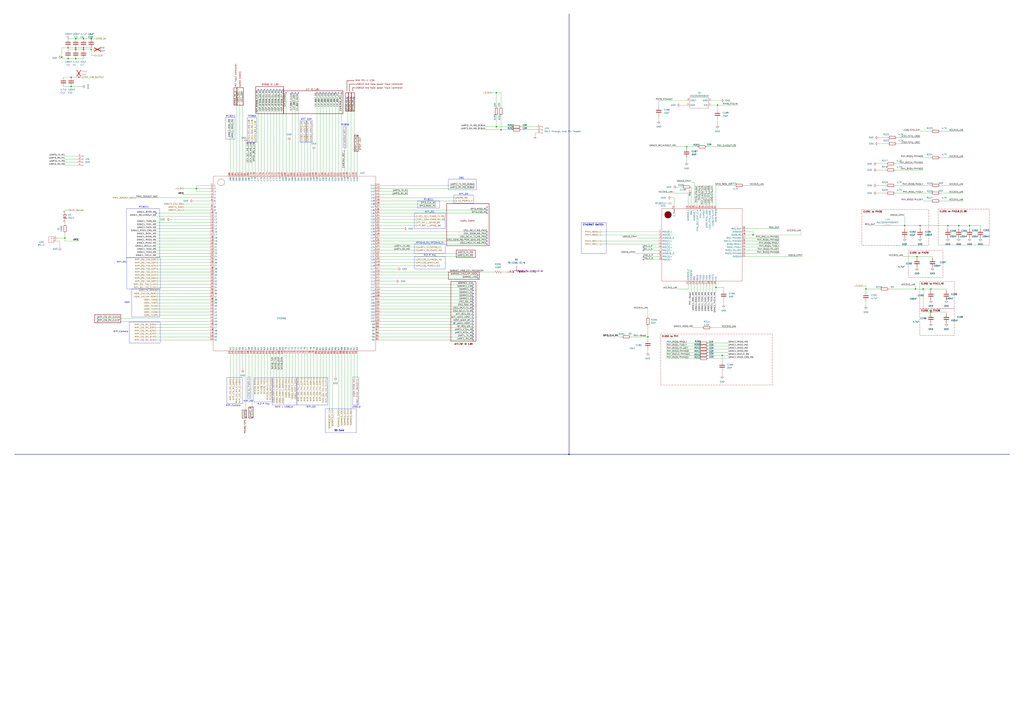
<source format=kicad_sch>
(kicad_sch (version 20231120) (generator "eeschema") (generator_version "8.0")
  (paper "A1")
  (junction (at 53.34 195.58))
  (junction (at 563.88 120.65))
  (junction (at 68.58 39.37))
  (junction (at 62.23 40.64))
  (junction (at 62.23 39.37))
  (junction (at 74.93 31.75))
  (junction (at 64.7276 63.5))
  (junction (at 55.88 48.26))
  (junction (at 407.67 76.2))
  (junction (at 467.36 373.38))
  (junction (at 58.42 71.12))
  (junction (at 50.8 46.99))
  (junction (at 68.58 40.64))
  (junction (at 711.2 237.49))
  (junction (at 758.19 237.49))
  (junction (at 532.13 276.86))
  (junction (at 68.58 31.75))
  (junction (at 55.88 39.37))
  (junction (at 764.54 256.54))
  (junction (at 62.23 48.26))
  (junction (at 787.4 185.42))
  (junction (at 588.01 236.22))
  (junction (at 778.51 185.42))
  (junction (at 753.11 210.82))
  (junction (at 161.29 154.94))
  (junction (at 618.49 193.04))
  (junction (at 411.48 106.68))
  (junction (at 593.09 292.1))
  (junction (at 589.28 86.36))
  (junction (at 751.84 237.49))
  (junction (at 407.67 104.14))
  (junction (at 755.65 185.42))
  (junction (at 764.54 237.49))
  (junction (at 742.95 185.42))
  (junction (at 74.8293 40.64))
  (junction (at 58.42 63.5))
  (junction (at 796.29 185.42))
  (junction (at 62.23 31.75))
  (no_connect (at 388.62 269.24))
  (no_connect (at 388.62 254))
  (no_connect (at 229.87 73.66))
  (no_connect (at 400.05 170.18))
  (no_connect (at 388.62 276.86))
  (no_connect (at 392.43 226.06))
  (no_connect (at 528.32 210.82))
  (no_connect (at 388.62 251.46))
  (no_connect (at 217.17 73.66))
  (no_connect (at 400.05 190.5))
  (no_connect (at 222.25 73.66))
  (no_connect (at 214.63 73.66))
  (no_connect (at 400.05 198.12))
  (no_connect (at 80.01 261.62))
  (no_connect (at 388.62 271.78))
  (no_connect (at 400.05 200.66))
  (no_connect (at 388.62 236.22))
  (no_connect (at 262.89 76.2))
  (no_connect (at 224.79 73.66))
  (no_connect (at 227.33 73.66))
  (no_connect (at 400.05 172.72))
  (no_connect (at 288.29 80.01))
  (no_connect (at 388.62 259.08))
  (no_connect (at 388.62 261.62))
  (no_connect (at 388.62 256.54))
  (no_connect (at 388.62 246.38))
  (no_connect (at 240.03 76.2))
  (no_connect (at 528.32 205.74))
  (no_connect (at 201.93 342.9))
  (no_connect (at 400.05 175.26))
  (no_connect (at 392.43 228.6))
  (no_connect (at 270.51 76.2))
  (no_connect (at 273.05 76.2))
  (no_connect (at 388.62 248.92))
  (no_connect (at 234.95 76.2))
  (no_connect (at 290.83 80.01))
  (no_connect (at 400.05 193.04))
  (no_connect (at 388.62 279.4))
  (no_connect (at 400.05 195.58))
  (no_connect (at 388.62 241.3))
  (no_connect (at 245.11 76.2))
  (no_connect (at 278.13 76.2))
  (no_connect (at 128.27 175.26))
  (no_connect (at 388.62 274.32))
  (no_connect (at 232.41 73.66))
  (no_connect (at 388.62 233.68))
  (no_connect (at 280.67 76.2))
  (no_connect (at 388.62 264.16))
  (no_connect (at 242.57 76.2))
  (no_connect (at 219.71 73.66))
  (no_connect (at 267.97 76.2))
  (no_connect (at 212.09 73.66))
  (no_connect (at 80.01 264.16))
  (no_connect (at 207.01 342.9))
  (no_connect (at 265.43 76.2))
  (no_connect (at 388.62 243.84))
  (no_connect (at 285.75 80.01))
  (no_connect (at 388.62 266.7))
  (no_connect (at 275.59 76.2))
  (no_connect (at 293.37 111.76))
  (no_connect (at 388.62 238.76))
  (no_connect (at 528.32 203.2))
  (no_connect (at 528.32 213.36))
  (no_connect (at 260.35 76.2))
  (wire (pts (xy 311.15 182.88) (xy 341.63 182.88)))
  (wire (pts (xy 758.19 139.7) (xy 735.33 139.7)))
  (wire (pts (xy 765.81 210.82) (xy 765.81 212.09)))
  (wire (pts (xy 46.5105 195.58) (xy 53.34 195.58)))
  (wire (pts (xy 217.17 82.55) (xy 217.17 142.24)))
  (wire (pts (xy 796.29 185.42) (xy 805.18 185.42)))
  (wire (pts (xy 640.08 187.96) (xy 612.14 187.96)))
  (wire (pts (xy 741.68 210.82) (xy 753.11 210.82)))
  (wire (pts (xy 58.42 63.5) (xy 64.7276 63.5)))
  (wire (pts (xy 720.09 139.7) (xy 727.71 139.7)))
  (wire (pts (xy 240.03 76.2) (xy 240.03 142.24)))
  (wire (pts (xy 129.54 218.44) (xy 172.72 218.44)))
  (wire (pts (xy 129.54 233.68) (xy 172.72 233.68)))
  (wire (pts (xy 222.25 80.01) (xy 222.25 142.24)))
  (wire (pts (xy 214.63 83.82) (xy 214.63 142.24)))
  (wire (pts (xy 262.89 290.83) (xy 262.89 311.15)))
  (wire (pts (xy 76.6818 40.6392) (xy 76.6818 40.64)))
  (wire (pts (xy 194.31 311.15) (xy 194.31 290.83)))
  (wire (pts (xy 589.28 90.17) (xy 589.28 86.36)))
  (wire (pts (xy 219.7076 81.28) (xy 219.71 81.28)))
  (wire (pts (xy 582.93 152.4) (xy 582.93 168.91)))
  (wire (pts (xy 189.23 311.15) (xy 189.23 290.83)))
  (wire (pts (xy 407.67 76.2) (xy 407.67 87.63)))
  (wire (pts (xy 758.19 256.54) (xy 764.54 256.54)))
  (wire (pts (xy 129.54 215.9) (xy 172.72 215.9)))
  (wire (pts (xy 581.66 289.56) (xy 598.17 289.56)))
  (wire (pts (xy 311.15 154.94) (xy 389.89 154.94)))
  (wire (pts (xy 427.99 106.68) (xy 440.69 106.68)))
  (wire (pts (xy 285.75 80.01) (xy 285.75 142.24)))
  (polyline (pts (xy 287.02 69.1057) (xy 291.4165 69.1057)) (stroke (width 0.3048) (color 132 0 0 1)))
  (wire (pts (xy 439.42 109.22) (xy 439.42 111.76)))
  (wire (pts (xy 132.6203 256.5382) (xy 132.6203 256.54)))
  (wire (pts (xy 732.79 185.42) (xy 742.95 185.42)))
  (wire (pts (xy 494.03 198.12) (xy 541.02 198.12)))
  (wire (pts (xy 280.67 336.55) (xy 280.67 290.83)))
  (wire (pts (xy 128.27 271.78) (xy 172.72 271.78)))
  (wire (pts (xy 791.21 107.95) (xy 772.16 107.95)))
  (wire (pts (xy 128.27 185.42) (xy 172.72 185.42)))
  (wire (pts (xy 132.6203 256.54) (xy 172.72 256.54)))
  (wire (pts (xy 758.19 134.62) (xy 735.33 134.62)))
  (wire (pts (xy 567.69 149.86) (xy 570.23 149.86)))
  (wire (pts (xy 311.15 228.6) (xy 392.43 228.6)))
  (wire (pts (xy 541.02 82.55) (xy 563.88 82.55)))
  (wire (pts (xy 111.76 162.56) (xy 172.72 162.56)))
  (wire (pts (xy 585.47 240.03) (xy 585.47 233.68)))
  (wire (pts (xy 131.3503 259.08) (xy 172.72 259.08)))
  (wire (pts (xy 411.48 76.2) (xy 407.67 76.2)))
  (wire (pts (xy 640.08 203.2) (xy 612.14 203.2)))
  (wire (pts (xy 764.54 256.54) (xy 777.24 256.54)))
  (wire (pts (xy 196.85 311.15) (xy 196.85 290.83)))
  (wire (pts (xy 128.27 195.58) (xy 172.72 195.58)))
  (bus (pts (xy 467.36 11.43) (xy 467.36 373.38)))
  (wire (pts (xy 50.8 39.37) (xy 50.8 46.99)))
  (wire (pts (xy 311.15 193.04) (xy 400.05 193.04)))
  (wire (pts (xy 547.37 281.94) (xy 574.04 281.94)))
  (wire (pts (xy 585.47 152.4) (xy 585.47 168.91)))
  (wire (pts (xy 580.39 152.4) (xy 580.39 168.91)))
  (wire (pts (xy 311.15 162.56) (xy 373.38 162.56)))
  (wire (pts (xy 265.43 290.83) (xy 265.43 311.15)))
  (wire (pts (xy 285.75 336.55) (xy 285.75 290.83)))
  (wire (pts (xy 311.15 261.62) (xy 388.62 261.62)))
  (wire (pts (xy 565.15 237.49) (xy 556.26 237.49)))
  (wire (pts (xy 588.01 152.4) (xy 603.25 152.4)))
  (wire (pts (xy 161.29 154.94) (xy 172.72 154.94)))
  (wire (pts (xy 232.4076 74.93) (xy 232.41 74.93)))
  (wire (pts (xy 730.25 237.49) (xy 751.84 237.49)))
  (wire (pts (xy 53.34 128.27) (xy 63.5 128.27)))
  (wire (pts (xy 778.51 185.42) (xy 778.51 187.96)))
  (wire (pts (xy 135.1603 251.4582) (xy 135.1603 251.46)))
  (wire (pts (xy 229.87 290.83) (xy 229.87 311.15)))
  (wire (pts (xy 140.2403 241.3) (xy 172.72 241.3)))
  (wire (pts (xy 577.85 240.03) (xy 577.85 233.68)))
  (wire (pts (xy 577.85 152.4) (xy 577.85 168.91)))
  (wire (pts (xy 335.28 157.48) (xy 311.15 157.48)))
  (wire (pts (xy 128.27 279.4) (xy 172.72 279.4)))
  (wire (pts (xy 411.48 95.25) (xy 411.48 106.68)))
  (wire (pts (xy 128.27 200.66) (xy 172.72 200.66)))
  (wire (pts (xy 581.66 281.94) (xy 598.17 281.94)))
  (wire (pts (xy 311.15 226.06) (xy 392.43 226.06)))
  (wire (pts (xy 247.65 116.84) (xy 247.65 142.24)))
  (wire (pts (xy 311.15 241.3) (xy 388.62 241.3)))
  (wire (pts (xy 55.88 31.75) (xy 62.23 31.75)))
  (wire (pts (xy 565.15 158.75) (xy 552.45 158.75)))
  (wire (pts (xy 721.36 113.03) (xy 728.98 113.03)))
  (wire (pts (xy 589.28 86.36) (xy 605.79 86.36)))
  (wire (pts (xy 532.13 276.86) (xy 532.13 279.4)))
  (wire (pts (xy 547.37 294.64) (xy 574.04 294.64)))
  (wire (pts (xy 130.0803 238.7582) (xy 141.5103 238.7582)))
  (wire (pts (xy 772.16 165.1) (xy 791.21 165.1)))
  (wire (pts (xy 311.15 236.22) (xy 388.62 236.22)))
  (wire (pts (xy 212.09 73.66) (xy 212.09 142.24)))
  (wire (pts (xy 358.14 170.18) (xy 311.15 170.18)))
  (wire (pts (xy 494.03 190.5) (xy 541.02 190.5)))
  (wire (pts (xy 521.97 208.28) (xy 541.02 208.28)))
  (wire (pts (xy 541.02 99.06) (xy 541.02 95.25)))
  (wire (pts (xy 593.09 292.1) (xy 598.17 292.1)))
  (wire (pts (xy 581.66 287.02) (xy 598.17 287.02)))
  (wire (pts (xy 128.27 177.8) (xy 172.72 177.8)))
  (wire (pts (xy 222.2476 80.01) (xy 222.25 80.01)))
  (wire (pts (xy 758.19 237.49) (xy 758.19 256.54)))
  (wire (pts (xy 311.15 208.28) (xy 388.62 208.28)))
  (wire (pts (xy 204.47 116.84) (xy 204.47 142.24)))
  (wire (pts (xy 796.29 185.42) (xy 796.29 187.96)))
  (wire (pts (xy 711.2 234.95) (xy 711.2 237.49)))
  (wire (pts (xy 659.13 210.82) (xy 612.14 210.82)))
  (wire (pts (xy 311.15 256.54) (xy 388.62 256.54)))
  (wire (pts (xy 311.15 251.46) (xy 388.62 251.46)))
  (wire (pts (xy 53.34 135.89) (xy 63.5 135.89)))
  (polyline (pts (xy 284.9657 74.8383) (xy 284.9636 66.3367)) (stroke (width 0.3048) (color 132 0 0 1)))
  (wire (pts (xy 49.0505 198.1935) (xy 46.5105 198.1935)))
  (wire (pts (xy 278.13 76.2) (xy 278.13 142.24)))
  (wire (pts (xy 311.15 177.8) (xy 341.63 177.8)))
  (wire (pts (xy 74.8293 45.5877) (xy 74.8293 40.64)))
  (wire (pts (xy 293.37 111.76) (xy 293.37 142.24)))
  (wire (pts (xy 68.58 40.64) (xy 74.8293 40.64)))
  (wire (pts (xy 588.01 233.68) (xy 588.01 236.22)))
  (wire (pts (xy 288.29 336.55) (xy 288.29 290.83)))
  (wire (pts (xy 553.72 162.56) (xy 551.18 162.56)))
  (wire (pts (xy 130.0803 248.9182) (xy 136.4303 248.9182)))
  (wire (pts (xy 311.15 259.08) (xy 388.62 259.08)))
  (wire (pts (xy 151.13 172.72) (xy 172.72 172.72)))
  (wire (pts (xy 720.09 158.75) (xy 727.71 158.75)))
  (wire (pts (xy 219.71 311.15) (xy 219.71 290.83)))
  (wire (pts (xy 62.23 31.75) (xy 68.58 31.75)))
  (wire (pts (xy 252.73 116.84) (xy 252.73 142.24)))
  (wire (pts (xy 751.84 237.49) (xy 758.19 237.49)))
  (wire (pts (xy 128.27 187.96) (xy 172.72 187.96)))
  (wire (pts (xy 222.2476 73.8414) (xy 222.2476 80.01)))
  (wire (pts (xy 53.34 198.1935) (xy 64.77 198.1935)))
  (wire (pts (xy 273.05 76.2) (xy 273.05 142.24)))
  (wire (pts (xy 311.15 271.78) (xy 388.62 271.78)))
  (polyline (pts (xy 287.02 74.93) (xy 287.02 69.1057)) (stroke (width 0.3048) (color 132 0 0 1)))
  (wire (pts (xy 129.54 226.06) (xy 172.72 226.06)))
  (wire (pts (xy 407.67 104.14) (xy 420.37 104.14)))
  (wire (pts (xy 260.35 76.2) (xy 260.35 142.24)))
  (wire (pts (xy 311.15 190.5) (xy 400.05 190.5)))
  (wire (pts (xy 68.58 39.37) (xy 62.23 39.37)))
  (wire (pts (xy 528.32 213.36) (xy 541.02 213.36)))
  (wire (pts (xy 161.29 152.4) (xy 172.72 152.4)))
  (wire (pts (xy 128.27 198.12) (xy 172.72 198.12)))
  (wire (pts (xy 640.08 198.12) (xy 612.14 198.12)))
  (wire (pts (xy 224.79 78.74) (xy 224.79 142.24)))
  (wire (pts (xy 341.63 215.9) (xy 311.15 215.9)))
  (wire (pts (xy 412.75 223.52) (xy 416.56 223.52)))
  (wire (pts (xy 311.15 254) (xy 388.62 254)))
  (wire (pts (xy 270.51 76.2) (xy 270.51 142.24)))
  (wire (pts (xy 311.15 276.86) (xy 388.62 276.86)))
  (wire (pts (xy 736.6 113.03) (xy 755.65 113.03)))
  (wire (pts (xy 55.88 40.64) (xy 62.23 40.64)))
  (wire (pts (xy 128.27 175.26) (xy 172.72 175.26)))
  (wire (pts (xy 400.05 172.72) (xy 311.15 172.72)))
  (wire (pts (xy 604.52 120.65) (xy 580.39 120.65)))
  (wire (pts (xy 640.08 200.66) (xy 612.14 200.66)))
  (wire (pts (xy 311.15 246.38) (xy 388.62 246.38)))
  (wire (pts (xy 411.48 106.68) (xy 420.37 106.68)))
  (wire (pts (xy 791.21 152.4) (xy 772.16 152.4)))
  (wire (pts (xy 742.95 185.42) (xy 755.65 185.42)))
  (wire (pts (xy 555.7876 153.67) (xy 560.07 153.67)))
  (wire (pts (xy 138.9703 243.8382) (xy 138.9703 243.84)))
  (wire (pts (xy 227.33 290.83) (xy 227.33 311.15)))
  (wire (pts (xy 311.15 220.98) (xy 326.39 220.98)))
  (wire (pts (xy 201.93 116.84) (xy 201.93 142.24)))
  (wire (pts (xy 191.77 311.15) (xy 191.77 290.83)))
  (wire (pts (xy 518.16 276.86) (xy 532.13 276.86)))
  (wire (pts (xy 265.43 76.2) (xy 265.43 142.24)))
  (wire (pts (xy 618.49 193.04) (xy 612.14 193.04)))
  (wire (pts (xy 753.11 210.82) (xy 765.81 210.82)))
  (wire (pts (xy 137.7003 246.3782) (xy 137.7003 246.38)))
  (wire (pts (xy 311.15 187.96) (xy 331.47 187.96)))
  (wire (pts (xy 64.77 198.12) (xy 64.77 198.1935)))
  (wire (pts (xy 593.09 292.1) (xy 593.09 297.18)))
  (wire (pts (xy 758.19 237.49) (xy 764.54 237.49)))
  (wire (pts (xy 311.15 165.1) (xy 373.38 165.1)))
  (wire (pts (xy 755.65 185.42) (xy 755.65 187.96)))
  (wire (pts (xy 708.66 234.95) (xy 711.2 234.95)))
  (wire (pts (xy 130.0803 253.9982) (xy 133.8903 253.9982)))
  (wire (pts (xy 528.32 203.2) (xy 541.02 203.2)))
  (wire (pts (xy 128.27 193.04) (xy 172.72 193.04)))
  (wire (pts (xy 528.32 205.74) (xy 541.02 205.74)))
  (wire (pts (xy 427.99 104.14) (xy 440.69 104.14)))
  (wire (pts (xy 720.09 134.62) (xy 727.71 134.62)))
  (wire (pts (xy 219.71 81.28) (xy 219.71 142.24)))
  (wire (pts (xy 288.29 80.01) (xy 288.29 142.24)))
  (wire (pts (xy 77.3693 45.5877) (xy 74.8293 45.5877)))
  (wire (pts (xy 214.6276 83.82) (xy 214.63 83.82)))
  (wire (pts (xy 128.27 266.7) (xy 172.72 266.7)))
  (wire (pts (xy 49.0505 203.2735) (xy 49.0505 198.1935)))
  (wire (pts (xy 130.0803 241.2982) (xy 140.2403 241.2982)))
  (wire (pts (xy 494.03 200.66) (xy 541.02 200.66)))
  (wire (pts (xy 214.63 311.15) (xy 214.63 290.83)))
  (wire (pts (xy 341.63 218.44) (xy 311.15 218.44)))
  (wire (pts (xy 151.13 170.18) (xy 172.72 170.18)))
  (wire (pts (xy 53.34 184.15) (xy 53.34 182.88)))
  (wire (pts (xy 229.8676 76.2) (xy 229.87 76.2)))
  (wire (pts (xy 237.49 115.57) (xy 237.49 142.24)))
  (wire (pts (xy 565.15 168.91) (xy 565.15 158.75)))
  (wire (pts (xy 237.49 311.15) (xy 237.49 290.83)))
  (wire (pts (xy 255.27 116.84) (xy 255.27 142.24)))
  (wire (pts (xy 273.05 336.55) (xy 273.05 290.83)))
  (wire (pts (xy 128.27 182.88) (xy 172.72 182.88)))
  (wire (pts (xy 311.15 198.12) (xy 400.05 198.12)))
  (wire (pts (xy 68.58 31.75) (xy 74.93 31.75)))
  (wire (pts (xy 212.09 311.15) (xy 212.09 290.83)))
  (wire (pts (xy 141.5103 238.7582) (xy 141.5103 238.76)))
  (wire (pts (xy 204.47 311.15) (xy 204.47 290.83)))
  (wire (pts (xy 255.27 290.83) (xy 255.27 311.15)))
  (wire (pts (xy 311.15 274.32) (xy 388.62 274.32)))
  (wire (pts (xy 52.07 63.5) (xy 58.42 63.5)))
  (wire (pts (xy 398.78 104.14) (xy 407.67 104.14)))
  (wire (pts (xy 280.67 76.2) (xy 280.67 142.24)))
  (wire (pts (xy 618.49 190.5) (xy 618.49 193.04)))
  (wire (pts (xy 240.03 311.15) (xy 240.03 290.83)))
  (wire (pts (xy 62.23 40.64) (xy 68.58 40.64)))
  (wire (pts (xy 753.11 210.82) (xy 753.11 212.09)))
  (wire (pts (xy 50.8 48.26) (xy 55.88 48.26)))
  (wire (pts (xy 758.19 165.1) (xy 764.54 165.1)))
  (wire (pts (xy 161.29 154.94) (xy 161.29 152.4)))
  (wire (pts (xy 764.54 237.49) (xy 777.24 237.49)))
  (wire (pts (xy 547.37 289.56) (xy 574.04 289.56)))
  (wire (pts (xy 805.18 185.42) (xy 805.18 187.96)))
  (wire (pts (xy 139.7 180.34) (xy 172.72 180.34)))
  (wire (pts (xy 207.01 116.84) (xy 207.01 142.24)))
  (wire (pts (xy 201.93 290.83) (xy 201.93 342.9)))
  (wire (pts (xy 217.1676 73.8414) (xy 217.1676 82.55)))
  (wire (pts (xy 751.84 237.49) (xy 751.84 234.95)))
  (wire (pts (xy 129.54 220.98) (xy 172.72 220.98)))
  (wire (pts (xy 74.93 39.37) (xy 68.58 39.37)))
  (wire (pts (xy 137.7003 246.38) (xy 172.72 246.38)))
  (wire (pts (xy 618.49 190.5) (xy 612.14 190.5)))
  (wire (pts (xy 777.24 256.54) (xy 777.24 257.81)))
  (wire (pts (xy 589.28 102.87) (xy 589.28 97.79)))
  (wire (pts (xy 283.21 336.55) (xy 283.21 290.83)))
  (wire (pts (xy 74.93 31.75) (xy 78.74 31.75)))
  (wire (pts (xy 721.36 118.11) (xy 728.98 118.11)))
  (wire (pts (xy 209.55 116.84) (xy 209.55 142.24)))
  (wire (pts (xy 558.8 86.36) (xy 563.88 86.36)))
  (wire (pts (xy 141.5103 238.76) (xy 172.72 238.76)))
  (wire (pts (xy 778.51 185.42) (xy 787.4 185.42)))
  (wire (pts (xy 311.15 266.7) (xy 388.62 266.7)))
  (wire (pts (xy 260.35 290.83) (xy 260.35 311.15)))
  (wire (pts (xy 219.7076 73.8414) (xy 219.7076 81.28)))
  (wire (pts (xy 568.96 269.24) (xy 576.58 269.24)))
  (wire (pts (xy 189.23 97.79) (xy 189.23 142.24)))
  (wire (pts (xy 567.69 153.67) (xy 567.69 168.91)))
  (wire (pts (xy 55.88 48.26) (xy 62.23 48.26)))
  (wire (pts (xy 128.27 210.82) (xy 172.72 210.82)))
  (wire (pts (xy 262.89 76.2) (xy 262.89 142.24)))
  (wire (pts (xy 55.88 172.72) (xy 53.34 172.72)))
  (wire (pts (xy 580.39 240.03) (xy 580.39 233.68)))
  (wire (pts (xy 128.27 203.2) (xy 172.72 203.2)))
  (wire (pts (xy 593.09 304.8) (xy 593.09 308.61)))
  (polyline (pts (xy 284.9636 66.3367) (xy 290.9533 66.3345)) (stroke (width 0.3048) (color 132 0 0 1)))
  (wire (pts (xy 80.01 264.16) (xy 172.72 264.16)))
  (wire (pts (xy 594.36 236.22) (xy 588.01 236.22)))
  (wire (pts (xy 242.57 76.2) (xy 242.57 142.24)))
  (wire (pts (xy 581.66 292.1) (xy 593.09 292.1)))
  (wire (pts (xy 358.14 167.64) (xy 311.15 167.64)))
  (wire (pts (xy 581.66 284.48) (xy 598.17 284.48)))
  (wire (pts (xy 158.75 165.1) (xy 172.72 165.1)))
  (wire (pts (xy 532.13 254) (xy 532.13 260.35)))
  (wire (pts (xy 133.8903 254) (xy 172.72 254)))
  (wire (pts (xy 440.69 109.22) (xy 439.42 109.22)))
  (wire (pts (xy 311.15 243.84) (xy 388.62 243.84)))
  (wire (pts (xy 582.93 240.03) (xy 582.93 233.68)))
  (wire (pts (xy 130.0803 251.4582) (xy 135.1603 251.4582)))
  (wire (pts (xy 138.9703 243.84) (xy 172.72 243.84)))
  (wire (pts (xy 311.15 210.82) (xy 388.62 210.82)))
  (wire (pts (xy 130.0803 243.8382) (xy 138.9703 243.8382)))
  (wire (pts (xy 610.87 152.4) (xy 627.38 152.4)))
  (wire (pts (xy 311.15 180.34) (xy 341.63 180.34)))
  (wire (pts (xy 572.77 152.4) (xy 572.77 168.91)))
  (wire (pts (xy 140.2403 241.2982) (xy 140.2403 241.3)))
  (wire (pts (xy 570.23 240.03) (xy 570.23 233.68)))
  (wire (pts (xy 194.31 74.93) (xy 194.31 142.24)))
  (wire (pts (xy 129.54 228.6) (xy 172.72 228.6)))
  (wire (pts (xy 53.34 130.81) (xy 63.5 130.81)))
  (wire (pts (xy 232.41 74.93) (xy 232.41 142.24)))
  (wire (pts (xy 575.31 240.03) (xy 575.31 233.68)))
  (wire (pts (xy 565.15 233.68) (xy 565.15 237.49)))
  (wire (pts (xy 400.05 200.66) (xy 311.15 200.66)))
  (wire (pts (xy 64.7276 63.5) (xy 67.31 63.5)))
  (wire (pts (xy 293.37 311.15) (xy 293.37 290.83)))
  (wire (pts (xy 711.2 237.49) (xy 722.63 237.49)))
  (wire (pts (xy 311.15 152.4) (xy 389.89 152.4)))
  (wire (pts (xy 214.6276 73.8414) (xy 214.6276 83.82)))
  (wire (pts (xy 594.36 236.22) (xy 594.36 238.76)))
  (wire (pts (xy 567.69 240.03) (xy 567.69 233.68)))
  (wire (pts (xy 290.83 80.01) (xy 290.83 142.24)))
  (wire (pts (xy 736.6 118.11) (xy 755.65 118.11)))
  (wire (pts (xy 136.4303 248.9182) (xy 136.4303 248.92)))
  (wire (pts (xy 227.3276 77.47) (xy 227.33 77.47)))
  (wire (pts (xy 128.27 276.86) (xy 172.72 276.86)))
  (wire (pts (xy 224.7876 73.8414) (xy 224.7876 78.74)))
  (polyline (pts (xy 289.56 74.93) (xy 289.56 72.1288)) (stroke (width 0.3048) (color 132 0 0 1)))
  (bus (pts (xy 467.36 373.38) (xy 829.31 373.38)))
  (wire (pts (xy 245.11 76.2) (xy 245.11 142.24)))
  (wire (pts (xy 199.39 74.93) (xy 199.39 142.24)))
  (polyline (pts (xy 289.56 72.1288) (xy 291.3359 72.1288)) (stroke (width 0.3048) (color 132 0 0 1)))
  (wire (pts (xy 575.31 152.4) (xy 575.31 168.91)))
  (wire (pts (xy 128.27 190.5) (xy 172.72 190.5)))
  (wire (pts (xy 232.4076 73.8414) (xy 232.4076 74.93)))
  (wire (pts (xy 532.13 287.02) (xy 532.13 289.56)))
  (wire (pts (xy 217.17 311.15) (xy 217.17 290.83)))
  (wire (pts (xy 411.48 87.63) (xy 411.48 76.2)))
  (wire (pts (xy 400.05 175.26) (xy 311.15 175.26)))
  (wire (pts (xy 80.01 261.62) (xy 172.72 261.62)))
  (wire (pts (xy 136.4303 248.92) (xy 172.72 248.92)))
  (wire (pts (xy 570.23 149.86) (xy 570.23 168.91)))
  (wire (pts (xy 227.3276 73.8414) (xy 227.3276 77.47)))
  (wire (pts (xy 787.4 185.42) (xy 787.4 187.96)))
  (wire (pts (xy 267.97 76.2) (xy 267.97 142.24)))
  (wire (pts (xy 657.86 193.04) (xy 618.49 193.04)))
  (wire (pts (xy 131.3503 259.0782) (xy 131.3503 259.08)))
  (wire (pts (xy 523.24 195.58) (xy 541.02 195.58)))
  (wire (pts (xy 55.88 39.37) (xy 50.8 39.37)))
  (wire (pts (xy 130.0803 256.5382) (xy 132.6203 256.5382)))
  (wire (pts (xy 720.09 152.4) (xy 727.71 152.4)))
  (wire (pts (xy 311.15 233.68) (xy 388.62 233.68)))
  (wire (pts (xy 53.34 191.77) (xy 53.34 195.58)))
  (wire (pts (xy 311.15 195.58) (xy 400.05 195.58)))
  (wire (pts (xy 128.27 208.28) (xy 172.72 208.28)))
  (wire (pts (xy 311.15 203.2) (xy 341.63 203.2)))
  (wire (pts (xy 161.29 157.48) (xy 172.72 157.48)))
  (wire (pts (xy 129.54 213.36) (xy 172.72 213.36)))
  (wire (pts (xy 278.13 336.55) (xy 278.13 290.83)))
  (wire (pts (xy 128.27 269.24) (xy 172.72 269.24)))
  (wire (pts (xy 764.54 237.49) (xy 764.54 238.76)))
  (wire (pts (xy 563.88 120.65) (xy 563.88 121.92)))
  (wire (pts (xy 247.65 290.83) (xy 247.65 311.15)))
  (wire (pts (xy 129.54 236.22) (xy 172.72 236.22)))
  (wire (pts (xy 398.78 106.68) (xy 411.48 106.68)))
  (wire (pts (xy 135.1603 251.46) (xy 172.72 251.46)))
  (wire (pts (xy 335.28 160.02) (xy 311.15 160.02)))
  (wire (pts (xy 563.88 120.65) (xy 572.77 120.65)))
  (wire (pts (xy 224.79 290.83) (xy 224.79 311.15)))
  (wire (pts (xy 755.65 185.42) (xy 778.51 185.42)))
  (wire (pts (xy 311.15 205.74) (xy 341.63 205.74)))
  (wire (pts (xy 275.59 76.2) (xy 275.59 142.24)))
  (wire (pts (xy 224.7876 78.74) (xy 224.79 78.74)))
  (wire (pts (xy 52.07 71.12) (xy 58.42 71.12)))
  (wire (pts (xy 791.21 158.75) (xy 772.16 158.75)))
  (wire (pts (xy 130.0803 259.0782) (xy 131.3503 259.0782)))
  (wire (pts (xy 128.27 274.32) (xy 172.72 274.32)))
  (wire (pts (xy 553.72 168.91) (xy 553.72 162.56)))
  (wire (pts (xy 735.33 158.75) (xy 764.54 158.75)))
  (wire (pts (xy 735.33 152.4) (xy 764.54 152.4)))
  (wire (pts (xy 640.08 195.58) (xy 612.14 195.58)))
  (wire (pts (xy 777.24 237.49) (xy 777.24 238.76)))
  (wire (pts (xy 640.08 208.28) (xy 612.14 208.28)))
  (wire (pts (xy 547.37 287.02) (xy 574.04 287.02)))
  (wire (pts (xy 58.42 71.12) (xy 67.31 71.12)))
  (wire (pts (xy 62.23 39.37) (xy 55.88 39.37)))
  (wire (pts (xy 191.77 97.79) (xy 191.77 142.24)))
  (wire (pts (xy 151.13 154.94) (xy 161.29 154.94)))
  (wire (pts (xy 311.15 238.76) (xy 388.62 238.76)))
  (wire (pts (xy 787.4 185.42) (xy 796.29 185.42)))
  (wire (pts (xy 711.2 247.65) (xy 711.2 251.46)))
  (wire (pts (xy 589.28 86.36) (xy 584.2 86.36)))
  (wire (pts (xy 199.39 290.83) (xy 199.39 303.53)))
  (wire (pts (xy 245.11 290.83) (xy 245.11 311.15)))
  (wire (pts (xy 718.82 185.42) (xy 725.17 185.42)))
  (wire (pts (xy 594.36 246.38) (xy 594.36 250.19)))
  (wire (pts (xy 554.99 120.65) (xy 563.88 120.65)))
  (wire (pts (xy 591.82 82.55) (xy 584.2 82.55)))
  (wire (pts (xy 588.01 236.22) (xy 588.01 240.03)))
  (wire (pts (xy 229.87 76.2) (xy 229.87 142.24)))
  (wire (pts (xy 257.81 290.83) (xy 257.81 311.15)))
  (wire (pts (xy 311.15 248.92) (xy 388.62 248.92)))
  (wire (pts (xy 532.13 276.86) (xy 532.13 267.97)))
  (wire (pts (xy 764.54 129.54) (xy 758.19 129.54)))
  (wire (pts (xy 232.41 290.83) (xy 232.41 311.15)))
  (wire (pts (xy 755.65 107.95) (xy 764.54 107.95)))
  (wire (pts (xy 209.55 311.15) (xy 209.55 290.83)))
  (wire (pts (xy 311.15 264.16) (xy 388.62 264.16)))
  (wire (pts (xy 217.1676 82.55) (xy 217.17 82.55)))
  (wire (pts (xy 657.86 190.5) (xy 657.86 193.04)))
  (wire (pts (xy 250.19 290.83) (xy 250.19 311.15)))
  (wire (pts (xy 588.01 152.4) (xy 588.01 168.91)))
  (wire (pts (xy 584.2 269.24) (xy 604.52 269.24)))
  (bus (pts (xy 12.0751 373.38) (xy 12.0751 373.4167)))
  (wire (pts (xy 62.23 48.26) (xy 68.58 48.26)))
  (wire (pts (xy 270.51 290.83) (xy 270.51 336.55)))
  (wire (pts (xy 250.19 116.84) (xy 250.19 142.24)))
  (wire (pts (xy 283.21 120.65) (xy 283.21 142.24)))
  (wire (pts (xy 133.8903 253.9982) (xy 133.8903 254)))
  (wire (pts (xy 129.54 223.52) (xy 172.72 223.52)))
  (wire (pts (xy 742.95 185.42) (xy 742.95 187.96)))
  (wire (pts (xy 508 276.86) (xy 510.54 276.86)))
  (wire (pts (xy 53.34 198.1935) (xy 53.34 195.58)))
  (wire (pts (xy 711.2 237.49) (xy 711.2 240.03)))
  (wire (pts (xy 311.15 269.24) (xy 388.62 269.24)))
  (wire (pts (xy 563.88 133.35) (xy 563.88 129.54)))
  (wire (pts (xy 407.67 95.25) (xy 407.67 104.14)))
  (wire (pts (xy 74.8293 40.64) (xy 76.6818 40.64)))
  (wire (pts (xy 267.97 290.83) (xy 267.97 311.15)))
  (wire (pts (xy 207.01 290.83) (xy 207.01 342.9)))
  (wire (pts (xy 581.66 294.64) (xy 598.17 294.64)))
  (wire (pts (xy 341.63 185.42) (xy 311.15 185.42)))
  (wire (pts (xy 764.54 256.54) (xy 764.54 257.81)))
  (wire (pts (xy 541.02 87.63) (xy 541.02 82.55)))
  (wire (pts (xy 742.95 185.42) (xy 742.95 177.8)))
  (wire (pts (xy 227.33 77.47) (xy 227.33 142.24)))
  (wire (pts (xy 50.8 46.99) (xy 50.8 48.26)))
  (wire (pts (xy 791.21 129.54) (xy 772.16 129.54)))
  (wire (pts (xy 257.81 123.19) (xy 257.81 142.24)))
  (wire (pts (xy 311.15 231.14) (xy 325.12 231.14)))
  (wire (pts (xy 640.08 205.74) (xy 612.14 205.74)))
  (wire (pts (xy 547.37 284.48) (xy 574.04 284.48)))
  (wire (pts (xy 151.13 167.64) (xy 172.72 167.64)))
  (bus (pts (xy 467.36 373.38) (xy 12.0751 373.38)))
  (wire (pts (xy 53.34 133.35) (xy 63.5 133.35)))
  (wire (pts (xy 311.15 223.52) (xy 405.13 223.52)))
  (wire (pts (xy 572.77 240.03) (xy 572.77 233.68)))
  (wire (pts (xy 128.27 205.74) (xy 172.72 205.74)))
  (wire (pts (xy 151.13 160.02) (xy 172.72 160.02)))
  (wire (pts (xy 161.29 154.94) (xy 161.29 157.48)))
  (wire (pts (xy 242.57 311.15) (xy 242.57 290.83)))
  (wire (pts (xy 222.25 311.15) (xy 222.25 290.83)))
  (wire (pts (xy 547.37 292.1) (xy 574.04 292.1)))
  (wire (pts (xy 252.73 290.83) (xy 252.73 311.15)))
  (wire (pts (xy 229.8676 73.8414) (xy 229.8676 76.2)))
  (wire (pts (xy 494.03 193.04) (xy 541.02 193.04)))
  (wire (pts (xy 528.32 210.82) (xy 541.02 210.82)))
  (wire (pts (xy 341.63 213.36) (xy 311.15 213.36)))
  (wire (pts (xy 275.59 290.83) (xy 275.59 309.88)))
  (wire (pts (xy 130.0803 246.3782) (xy 137.7003 246.3782)))
  (wire (pts (xy 311.15 279.4) (xy 388.62 279.4)))
  (wire (pts (xy 290.83 311.15) (xy 290.83 290.83)))
  (wire (pts (xy 431.8 223.52) (xy 438.15 223.52)))
  (wire (pts (xy 196.85 74.93) (xy 196.85 142.24)))
  (wire (pts (xy 403.86 76.2) (xy 407.67 76.2)))
  (wire (pts (xy 46.5105 195.58) (xy 46.5105 195.6535)))
  (wire (pts (xy 234.95 311.15) (xy 234.95 290.83)))
  (wire (pts (xy 234.95 76.2) (xy 234.95 142.24)))
  (wire (pts (xy 129.54 231.14) (xy 172.72 231.14)))
  (rectangle (start 232.915 74.6136) (end 281.6987 93.4096) (stroke (width 0.3048) (color 132 0 0 1)))
  (rectangle (start 203.2 309.88) (end 205.74 327.66))
  (rectangle (start 204.2797 334.4672) (end 207.9075 343.597) (stroke (width 0.3048) (color 132 0 0 1)))
  (rectangle (start 208.2829 310.4478) (end 223.5229 330.2))
  (rectangle (start 243.885 310.3678) (end 269.24 332.7198))
  (rectangle (start 286.2236 76.2023) (end 288.5835 91.44) (stroke (width 0.3048) (color 132 0 0 1)))
  (rectangle (start 194.6126 71.9699) (end 199.9332 86.36) (stroke (width 0.3048) (color 132 0 0 1)))
  (rectangle (start 372.5364 160.4479) (end 388.9821 166.9771))
  (rectangle (start 251.46 99.06) (end 256.54 116.84))
  (rectangle (start 198.8929 337.0296) (end 202.4489 343.6336) (stroke (width 0.3048) (color 132 0 0 1)))
  (rectangle (start 370.332 231.394) (end 390.906 280.416) (stroke (width 0.3048) (color 132 0 0 1)))
  (rectangle (start 289.56 309.88) (end 294.64 332.74))
  (rectangle (start 185.42 96.52) (end 193.04 114.3))
  (rectangle (start 106.0865 264.7254) (end 131.4865 281.94))
  (rectangle (start 368.3 147.32) (end 391.16 156.0295))
  (rectangle (start 342.9 165.1) (end 360.9834 171.1479))
  (rectangle (start 246.38 99.06) (end 251.46 116.84))
  (rectangle (start 374.703 205.4382) (end 390.423 211.5561) (stroke (width 0.3048) (color 132 0 0 1)))
  (rectangle (start 210.0556 71.12) (end 232.9156 93.4225) (stroke (width 0.3048) (color 132 0 0 1)))
  (rectangle (start 283.7594 76.2) (end 286.1997 91.44) (stroke (width 0.3048) (color 132 0 0 1)))
  (rectangle (start 108.3035 237.4291) (end 131.2489 260.6158))
  (rectangle (start 223.52 310.388) (end 243.84 332.74))
  (rectangle (start 104.14 211.7872) (end 131.541 237.3823))
  (rectangle (start 368.3 223.52) (end 393.7 229.6379) (stroke (width 0.3048) (color 132 0 0 1)))
  (rectangle (start 103.886 171.45) (end 131.064 211.836))
  (rectangle (start 288.6334 76.2) (end 291.1734 91.44) (stroke (width 0.3048) (color 132 0 0 1)))
  (rectangle (start 291.0038 111.0636) (end 294.3058 124.46) (stroke (width 0.3048) (color 132 0 0 1)))
  (rectangle (start 186.3844 310.1182) (end 199.0844 331.7082))
  (rectangle (start 203.2 96.52) (end 210.82 116.84))
  (rectangle (start 282.0206 103.776) (end 284.3066 121.556))
  (rectangle (start 340.36 175.26) (end 365.76 187.96))
  (rectangle (start 192.1179 71.9774) (end 194.5767 86.3637) (stroke (width 0.3048) (color 132 0 0 1)))
  (rectangle (start 208.28 342.9) (end 208.28 342.9))
  (rectangle (start 77.7298 258.6478) (end 99.1364 265.2489) (stroke (width 0.3048) (color 132 0 0 1)))
  (rectangle (start 366.7908 167.4033) (end 401.6774 201.93) (stroke (width 0.3048) (color 132 0 0 1)))
  (rectangle (start 340.36 200.66) (end 365.76 208.28))
  (rectangle (start 267.2598 335.9039) (end 292.6148 355.6))
  (rectangle (start 340.36 210.82) (end 365.76 220.98))
  (text_box "CLOSE to PIN30\n" (at 707.898 172.212 0) (size 54.864 29.464) (stroke (width 0) (type dash) (color 132 0 0 1)) (effects (font (size 1.27 1.27) (thickness 0.254) (bold yes)) (justify left top)))
  (text_box "CLOSE to PIN11,40\n\n\n\n" (at 755.396 231.394 0) (size 28.448 22.098) (stroke (width 0) (type dash) (color 132 0 0 1)) (effects (font (size 1.27 1.27) (thickness 0.254) (bold yes)) (justify left top)))
  (text_box "CLOSE to PIN3,8,21,38\n\n" (at 770.636 171.958 0) (size 41.91 29.464) (stroke (width 0) (type dash) (color 132 0 0 1)) (effects (font (size 1.27 1.27) (thickness 0.254) (bold yes)) (justify left top)))
  (text_box "CLOSE to PIN28\n\n\n\n" (at 755.396 253.492 0) (size 28.448 22.098) (stroke (width 0) (type dash) (color 132 0 0 1)) (effects (font (size 1.27 1.27) (thickness 0.254) (bold yes)) (justify left top)))
  (text_box "CLOSE to PHY\n\n\n\n\n" (at 542.544 274.574 0) (size 91.694 41.91) (stroke (width 0) (type dash) (color 132 0 0 1)) (effects (font (size 1.27 1.27) (thickness 0.254) (bold yes)) (justify left top)))
  (text_box "ETHERNET SWITCH\n" (at 477.52 182.88 0) (size 20.32 25.4) (effects (font (size 1.27 1.27) (bold yes)) (justify left top)))
  (text_box "CLOSE to PIN29\n\n\n" (at 745.998 205.994 0) (size 28.448 22.098) (stroke (width 0) (type dash) (color 132 0 0 1)) (effects (font (size 1.27 1.27) (thickness 0.254) (bold yes)) (justify left top)))
  (text "MIPI_DSI\n" (at 255.524 334.518 0) (effects (font (size 1.27 1.27))))
  (text "MINI PCI-E CON\n" (at 299.72 66.294 0) (effects (font (size 1.27 1.27))))
  (text "RP2040_RX/RP2040_TX\n" (at 353.06 199.644 0) (effects (font (size 1.27 1.27))))
  (text "MIPI_DSI\n" (at 99.822 215.392 0) (effects (font (size 1.27 1.27))))
  (text "RTL8211\n" (at 189.484 95.504 0) (effects (font (size 1.27 1.27))))
  (text "MIPI_DSI\n" (at 380.746 159.512 0) (effects (font (size 1.27 1.27))))
  (text "MIPI_Camera\n" (at 191.516 333.248 0) (effects (font (size 1.27 1.27))))
  (text "BT656 IO 1.8V" (at 221.996 69.596 0) (effects (font (size 1.27 1.27))))
  (text "RTL8211" (at 352.044 164.084 0) (effects (font (size 1.27 1.27))))
  (text "RTL8211\n" (at 118.11 170.18 0) (effects (font (size 1.27 1.27))))
  (text "AUDIO CODEC" (at 197.104 65.278 90) (effects (font (size 1.27 1.27))))
  (text "MIPI_Camera\n" (at 99.06 272.542 0) (effects (font (size 1.27 1.27))))
  (text "CIF IO 1.8V\n" (at 256.794 73.66 0) (effects (font (size 1.27 1.27))))
  (text "DBG\n" (at 378.968 146.304 0) (effects (font (size 1.27 1.27))))
  (text "SATA + USB2.0\n\n" (at 233.172 335.534 0) (effects (font (size 1.27 1.27))))
  (text "M2 input controller\n\n" (at 194.564 61.976 90) (effects (font (size 1.27 1.27))))
  (text "TP2855\n\n" (at 207.01 96.52 0) (effects (font (size 1.27 1.27))))
  (text "MIPI_DSI\n" (at 352.806 174.244 0) (effects (font (size 1.27 1.27))))
  (text "TP2855\n" (at 283.21 102.616 0) (effects (font (size 1.27 1.27))))
  (text "M.2 M Key" (at 353.06 209.804 0) (effects (font (size 1.27 1.27))))
  (text "Audio Codec " (at 384.556 181.61 0) (effects (font (size 1.27 1.27))))
  (text "MIPI_DSI" (at 203.962 329.692 0) (effects (font (size 1.27 1.27))))
  (text "WIFI/BT IO 1.8V\n" (at 380.746 282.956 0) (effects (font (size 1.27 1.27) (thickness 0.254) (bold yes))))
  (text "M.2 M Key" (at 216.408 331.978 0) (effects (font (size 1.27 1.27))))
  (text "SD Card" (at 278.638 353.822 0) (effects (font (size 1.27 1.27) (thickness 0.254) (bold yes))))
  (text "SPDIF-OUT\n" (at 295.656 118.364 90) (effects (font (size 1.27 1.27))))
  (text "USB2.0" (at 292.608 334.518 0) (effects (font (size 1.27 1.27))))
  (text "USB3.0 And Sata power input controller\n\n" (at 311.404 73.406 0) (effects (font (size 1.27 1.27))))
  (text "USB2.0 And Sata power input controller\n\n" (at 311.404 70.358 0) (effects (font (size 1.27 1.27))))
  (text "HDMI\n" (at 104.394 248.666 0) (effects (font (size 1.27 1.27))))
  (text "GSM\n" (at 254 98.044 0) (effects (font (size 1.27 1.27))))
  (text "WİFİ\n" (at 248.92 98.044 0) (effects (font (size 1.27 1.27))))
  (text "RS485/GPS\n" (at 201.168 350.774 90) (effects (font (size 1.27 1.27))))
  (label "BT_WAKE_HOST_H" (at 388.62 266.7 180))
  (label "SDMMC1_D2" (at 388.62 243.84 180))
  (label "GMAC1_TXD0_M0" (at 128.27 182.88 180))
  (label "PHY_CLKOUT125" (at 577.85 152.4 270))
  (label "GMAC1_TXEN_M0" (at 585.47 240.03 270))
  (label "CIF_8BIT_D5" (at 273.05 76.2 270))
  (label "REG_OUT" (at 640.08 187.96 180))
  (label "I2S1_MCLK_M0_PMIC" (at 400.05 190.5 180))
  (label "VCC3V3_LAN" (at 657.86 190.5 180))
  (label "CAMERAF_RST_L" (at 283.21 123.19 270))
  (label "VCC3V3_LAN" (at 791.21 158.75 180))
  (label "VOP_BT656_D3_M1" (at 222.2476 73.8414 270))
  (label "LED2{slash}CFG_LDO1" (at 580.39 152.4 270))
  (label "GMAC1_RXCLK_M0" (at 128.27 203.2 180))
  (label "VCC3V3_LAN" (at 627.38 152.4 180))
  (label "I2S2_SDO_M0" (at 388.62 251.46 180))
  (label "SATA0_TXP" (at 224.79 293.37 270))
  (label "GPIO4_B5_d_1V8" (at 209.55 116.84 270))
  (label "PHY0_XTALIN" (at 575.31 152.4 270))
  (label "SDMMC1_CLK" (at 388.62 233.68 180))
  (label "GPIO0_A5_d" (at 194.31 74.93 270))
  (label "PHY_RXD0{slash}RXDLY" (at 640.08 200.66 180))
  (label "CIF_8BIT_CLKIN" (at 240.03 76.2 270))
  (label "CIF_8BIT_D1" (at 262.89 76.2 270))
  (label "VCC3V3_LAN" (at 791.21 129.54 180))
  (label "SDMMC1_CMD" (at 388.62 236.22 180))
  (label "SATA0_RXP" (at 229.87 293.37 270))
  (label "GPIO0_A0_d" (at 285.75 80.01 270))
  (label "UART1_CTSn_M0" (at 388.62 271.78 180))
  (label "VOP_BT656_D7_M1" (at 232.4076 73.8414 270))
  (label "PHY-Reset" (at 567.69 240.03 270))
  (label "WIFI_WAKE_HOST_H" (at 388.62 261.62 180))
  (label "GMAC1_RXD2_M0" (at 598.17 287.02 0))
  (label "PHY_RXD3{slash}PHYAD0" (at 640.08 208.28 180))
  (label "GMAC1_MCLKINOUT_M0" (at 554.99 120.65 180))
  (label "GMAC1_MDIO_M0" (at 191.77 97.79 270))
  (label "GMAC1_RXCLK_M0" (at 598.17 292.1 0))
  (label "SDMMC1_D0" (at 388.62 238.76 180))
  (label "SPI3_CLK_M1" (at 508 276.86 180) (effects (font (bold yes))))
  (label "I2S1_SDO0_M0_PMIC" (at 400.05 193.04 180))
  (label "UART5_RX_M1" (at 335.28 160.02 180))
  (label "GMAC1_RXD0_M0" (at 598.17 281.94 0))
  (label "UART2_TX_M0_DEBUG" (at 389.89 152.4 180))
  (label "SDMMC1_D3" (at 388.62 246.38 180))
  (label "BT_REG_ON_H" (at 388.62 269.24 180))
  (label "I2S1_LRCK_TX_M0_PMIC" (at 400.05 200.66 180))
  (label "MIPI_CSI_RX_CLK1P" (at 80.01 264.16 0))
  (label "I2C4_SCL_M0_1V8" (at 204.47 116.84 270))
  (label "PHY_RXD2{slash}PLLOFF" (at 547.37 287.02 0))
  (label "PHY_RXCLK{slash}PHYAD1" (at 547.37 292.1 0))
  (label "GMAC1_TXD2_M0" (at 128.27 205.74 180))
  (label "GMAC1_MDIO_M0" (at 568.96 269.24 180))
  (label "SPI3_MOSI_M1" (at 601.073 152.4 180))
  (label "GMAC1_TXCLK_M0" (at 128.27 210.82 180))
  (label "VCC3V3_LAN" (at 532.13 254 180))
  (label "LED2{slash}CFG_LDO1" (at 755.65 118.11 180))
  (label "LED0{slash}CFG_EXT" (at 755.65 107.95 180))
  (label "PHY_RXD0{slash}RXDLY" (at 547.37 281.94 0))
  (label "PHY_RXD3{slash}PHYAD0" (at 547.37 289.56 0))
  (label "CIF_8BIT_D0" (at 260.35 76.2 270))
  (label "PMIC_32KOUT_SOC" (at 111.76 162.56 0))
  (label "REG_OUT" (at 718.82 185.42 180))
  (label "PHY_RXCLK{slash}PHYAD1" (at 640.08 195.58 180))
  (label "GMAC1_RXD1_M0" (at 128.27 193.04 180))
  (label "I2S2_SDI_M0" (at 388.62 248.92 180))
  (label "VCC3V3_LAN" (at 604.52 269.24 180))
  (label "UART3_TX_M0" (at 53.34 133.35 180))
  (label "I2S2_LRCK_TX_M0" (at 388.62 254 180))
  (label "UART2_TX_M0_DEBUG" (at 398.78 104.14 180))
  (label "PHY_RXD2{slash}PLLOFF" (at 640.08 205.74 180))
  (label "UART1_RTSn_M0" (at 388.62 274.32 180))
  (label "WIFI_REG_ON_H" (at 388.62 259.08 180))
  (label "GMAC1_TXD1_M0" (at 128.27 185.42 180))
  (label "CIF_CLKOUT" (at 234.95 76.2 270))
  (label "UART2_RX_M0_DEBUG" (at 389.89 154.94 180))
  (label "UART1_TX_M0" (at 388.62 276.86 180))
  (label "VCC3V3_LAN" (at 741.68 210.82 180))
  (label "PHY_RXDV{slash}PHYAD2" (at 547.37 294.64 0))
  (label "VCC3V3_LAN" (at 556.26 237.49 180))
  (label "LED1{slash}CFG_LDO0" (at 755.65 113.03 180))
  (label "UART3_TX_M0" (at 388.62 208.28 180))
  (label "RSET" (at 567.69 156.21 270))
  (label "SDMMC1_D1" (at 388.62 241.3 180))
  (label "CIF_8BIT_VSYNC" (at 245.11 76.2 270))
  (label "PHY_RXDV{slash}PHYAD2" (at 640.08 198.12 180))
  (label "VCC3V3_LAN" (at 552.45 158.75 180))
  (label "VDD10_EPHY" (at 659.13 210.82 180))
  (label "PHY_CLKOUT125" (at 604.52 120.65 180))
  (label "LED0{slash}CFG_EXT" (at 585.47 152.4 270))
  (label "PHY_RXD1{slash}TXDLY" (at 547.37 284.48 0))
  (label "SPDIF_TX_M2" (at 293.37 111.76 270))
  (label "GMAC1_RXD3_M0" (at 598.17 289.56 0))
  (label "I2C1_SCL" (at 196.85 74.93 270))
  (label "VRTC" (at 64.77 198.12 180) (effects (font (bold yes))))
  (label "GMAC1_RXD2_M0" (at 128.27 200.66 180))
  (label "GMAC1_RXD1_M0" (at 598.17 284.48 0))
  (label "GMAC1_RXDV_CRS_M0" (at 598.17 294.64 0))
  (label "GPIO0_A3_u" (at 288.29 80.01 270))
  (label "GMAC1_TXD1_M0" (at 580.39 240.03 270))
  (label "UART2_RX_M0_DEBUG" (at 398.78 106.68 180))
  (label "GMAC1_RXD3_M0" (at 128.27 198.12 180))
  (label "UART4_TX_M0" (at 336.55 203.2 180))
  (label "SATA0_RXN" (at 232.41 293.37 270))
  (label "CAMERAB_RST_L" (at 280.67 76.2 270))
  (label "VDD10_EPHY" (at 567.69 149.86 180))
  (label "CIF_8BIT_D2" (at 265.43 76.2 270))
  (label "PHY_RXD1{slash}TXDLY" (at 640.08 203.2 180))
  (label "GMAC1_TXD0_M0" (at 582.93 240.03 270))
  (label "PWM5" (at 201.93 342.9 90))
  (label "PWM3_IR" (at 207.01 342.9 90))
  (label "LED1{slash}CFG_LDO0" (at 582.93 152.4 270))
  (label "UART5_TX_M1" (at 335.28 157.48 180))
  (label "PHY0_XTALIN" (at 605.79 86.36 180))
  (label "PHY0_XTALOUT" (at 552.45 82.55 180))
  (label "SPI3_CLK_M1" (at 358.14 167.64 180))
  (label "UART5_RX_M1" (at 53.34 130.81 180))
  (label "SATA0_TXN" (at 227.33 293.37 270))
  (label "GMAC1_TXD2_M0" (at 577.85 240.03 270))
  (label "PHY0_XTALOUT" (at 572.77 152.4 270))
  (label "PHY_RXD3{slash}PHYAD0" (at 758.19 129.54 180))
  (label "SARADC_VIN3" (at 392.43 228.6 180))
  (label "GMAC1_RXER_M0" (at 128.27 175.26 180))
  (label "UART5_TX_M1" (at 53.34 128.27 180))
  (label "VOP_BT656_CLK_M1" (at 212.09 73.8414 270))
  (label "SPI3_MOSI_M1" (at 358.14 170.18 180))
  (label "HOST_WAKE_BT_H" (at 388.62 264.16 180))
  (label "UART3_RX_M0" (at 53.34 135.89 180))
  (label "I2C4_SDA_M0_1V8" (at 207.01 116.84 270))
  (label "VOP_BT656_D4_M1" (at 224.7876 73.8414 270))
  (label "GMAC1_RXD0_M0" (at 128.27 195.58 180))
  (label "CIF_8BIT_D4" (at 270.51 76.2 270))
  (label "VCC3V3_LAN" (at 751.84 234.95 180))
  (label "I2S2_SCLK_TX_M0" (at 388.62 256.54 180))
  (label "VRTC" (at 151.13 160.02 180) (effects (font (bold yes))))
  (label "GMAC1_MDIO_M0" (at 572.77 240.03 270))
  (label "VOP_BT656_D2_M1" (at 219.7076 73.8414 270))
  (label "GMAC1_TXEN_M0" (at 128.27 187.96 180))
  (label "RXI_1_P" (at 528.32 203.2 0))
  (label "GMAC1_TXD3_M0" (at 575.31 240.03 270))
  (label "GMAC1_MDC_M0" (at 189.23 97.79 270))
  (label "GMAC1_RXDV_CRS_M0" (at 128.27 190.5 180))
  (label "CIF_8BIT_HREF" (at 242.57 76.2 270))
  (label "PHY_RXD1{slash}TXDLY" (at 758.19 158.75 180))
  (label "CIF_8BIT_D3" (at 267.97 76.2 270))
  (label "VDD10_EPHY" (at 523.24 195.58 180))
  (label "GMAC1_TXD3_M0" (at 128.27 208.28 180))
  (label "I2S1_SCLK_TX_M0_PMIC" (at 400.05 195.58 180))
  (label "VDD10_EPHY" (at 521.97 208.28 180))
  (label "SPI3_MISO_M1" (at 400.05 172.72 180))
  (label "VOP_BT656_D1_M1" (at 217.1676 73.8414 270))
  (label "MIPI_CSI_RX_CLK1N" (at 80.01 261.62 0))
  (label "UART1_RX_M0" (at 388.62 279.4 180))
  (label "VCC3V3_LAN" (at 791.21 107.95 180))
  (label "CIF_8BIT_D6" (at 275.59 76.2 270))
  (label "VDD10_EPHY" (at 742.95 177.8 180))
  (label "SPI3_CS0_M1" (at 400.05 175.26 180))
  (label "SARADC_VIN2_HP_HOOK" (at 392.43 226.06 180))
  (label "GMAC1_MCLKINOUT_M0" (at 128.27 177.8 180))
  (label "GMAC1_TXCLK_M0" (at 588.01 240.03 270))
  (label "SARADC_VIN0_KEY{slash}RECOVERY" (at 397.51 223.52 180))
  (label "VCC3V3_LAN" (at 791.21 165.1 180))
  (label "UART4_RX_M0" (at 336.55 205.74 180))
  (label "TXO_1_P" (at 528.32 210.82 0))
  (label "UART3_RX_M0" (at 388.62 210.82 180))
  (label "GPIO0_A6_d" (at 290.83 80.01 270))
  (label "PHY_RXCLK{slash}PHYAD1" (at 758.19 134.62 180))
  (label "I2C1_SDA" (at 199.39 74.93 270))
  (label "TXO_1_N" (at 528.32 213.36 0))
  (label "VOP_BT656_D6_M1" (at 229.8676 73.8414 270))
  (label "VOP_BT656_D5_M1" (at 227.3276 73.8414 270))
  (label "VOP_BT656_D0_M1" (at 214.6276 73.8414 270))
  (label "I2S1_SDI0_M0{slash}PDM_SDI0_M0_PMIC" (at 400.05 198.12 180))
  (label "PHY_RXD2{slash}PLLOFF" (at 758.19 165.1 180))
  (label "PHY-Reset" (at 530.86 276.86 180))
  (label "RXI_1_N" (at 528.32 205.74 0))
  (label "GMAC1_MDC_M0" (at 570.23 240.03 270))
  (label "CIF_8BIT_D7" (at 278.13 76.2 270))
  (label "PHY_RXDV{slash}PHYAD2" (at 758.19 139.7 180))
  (label "VCC3V3_LAN" (at 791.21 152.4 180))
  (label "PHY_RXD0{slash}RXDLY" (at 758.19 152.4 180))
  (hierarchical_label "MIPI_DSI_TX0_D2N" (shape output) (at 129.54 218.44 180))
  (hierarchical_label "MIPI_CSI_RX_CLK0P" (shape input) (at 196.85 311.15 270))
  (hierarchical_label "VCC_1V8_OUTPUT" (shape input) (at 67.31 63.5 0))
  (hierarchical_label "VDD_5V" (shape input) (at 78.74 31.75 0))
  (hierarchical_label "MIPI_DSI_TX1_D3N" (shape output) (at 260.35 311.15 270))
  (hierarchical_label "USB3_OTG0_DN" (shape input) (at 234.95 311.15 270))
  (hierarchical_label "MIPI_CSI_RX_D0N" (shape input) (at 189.23 311.15 270))
  (hierarchical_label "UART4_RX{slash}PWM1_M0" (shape input) (at 341.63 205.74 0))
  (hierarchical_label "MIPI_CSI_RX_D0P" (shape input) (at 191.77 311.15 270))
  (hierarchical_label "MIPI_DSI_TX0_D1N" (shape output) (at 129.54 223.52 180))
  (hierarchical_label "USB3_HOST1_DN" (shape input) (at 242.57 311.15 270))
  (hierarchical_label "SDMMC0_D3" (shape input) (at 280.67 336.55 270))
  (hierarchical_label "MIPI_CSI_RX_D1N" (shape input) (at 128.27 279.4 180))
  (hierarchical_label "I2C4_SDA_M0_1V8" (shape input) (at 207.01 116.84 90))
  (hierarchical_label "HDMITX_CEC_M0" (shape input) (at 151.13 167.64 180))
  (hierarchical_label "USB3_HOST1_SSTXN" (shape input) (at 227.33 311.15 270))
  (hierarchical_label "USB2_HOST2_DP" (shape input) (at 252.73 116.84 90))
  (hierarchical_label "HDMI_TX0P" (shape input) (at 130.0803 248.9182 180))
  (hierarchical_label "I2C4_SCL_M0_1V8" (shape input) (at 204.47 116.84 90))
  (hierarchical_label "USB3_HOST1_SSRXP" (shape input) (at 229.87 311.15 270))
  (hierarchical_label "PMIC_32KOUT_SOC" (shape input) (at 111.76 162.56 180))
  (hierarchical_label "HDMI_TXCLKP_PORT" (shape input) (at 130.0803 243.8382 180))
  (hierarchical_label "MIPI_DSI_TX0_CLKP" (shape output) (at 129.54 236.22 180))
  (hierarchical_label "USB3_OTG0_VBUSDET" (shape input) (at 293.37 311.15 270))
  (hierarchical_label "MIPI_DSI_TX1_D3P" (shape output) (at 262.89 311.15 270))
  (hierarchical_label "MIPI_DSI_TX0_D1P" (shape output) (at 129.54 226.06 180))
  (hierarchical_label "PCIE20_TXP" (shape input) (at 217.17 311.15 270))
  (hierarchical_label "MIPI_DSI_TX1_CLKP" (shape output) (at 267.97 311.15 270))
  (hierarchical_label "SDMMC0_D1" (shape input) (at 285.75 336.55 270))
  (hierarchical_label "USB2_HOST3_DN" (shape input) (at 247.65 116.84 90))
  (hierarchical_label "USB2_HOST3_DP" (shape input) (at 250.19 116.84 90))
  (hierarchical_label "USB3_OTG0_ID" (shape input) (at 290.83 311.15 270))
  (hierarchical_label "HDMI_TX0N" (shape input) (at 130.0803 246.3782 180))
  (hierarchical_label "HDMI_TXCLKN_PORT" (shape input) (at 130.0803 241.2982 180))
  (hierarchical_label "+3.3V" (shape input) (at 403.86 76.2 180))
  (hierarchical_label "MIPI_DSI_TX1_D0N" (shape output) (at 255.27 311.15 270))
  (hierarchical_label "I2C1_SCL{slash}CAN0_TX_M0" (shape output) (at 341.63 177.8 0))
  (hierarchical_label "HDMI_TX1N" (shape input) (at 130.0803 251.4582 180))
  (hierarchical_label "GPIO4_B5_d_1V8" (shape input) (at 209.55 116.84 90))
  (hierarchical_label "USB3_OTG0_DP" (shape input) (at 237.49 311.15 270))
  (hierarchical_label "MIPI_DSI_TX1_CLKN" (shape output) (at 265.43 311.15 270))
  (hierarchical_label "PCIE20_WAKEn_M2" (shape input) (at 341.63 215.9 0))
  (hierarchical_label "+3.3V" (shape input) (at 77.3693 45.5877 0))
  (hierarchical_label "USB3_HOST1_SSTXP" (shape input) (at 224.79 311.15 270))
  (hierarchical_label "PCIE20_REFCLKN" (shape input) (at 222.25 311.15 270))
  (hierarchical_label "PCIE20_RXP" (shape input) (at 209.55 311.15 270))
  (hierarchical_label "MIPI_DSI_TX0_CLKN" (shape output) (at 129.54 233.68 180))
  (hierarchical_label "HDMITX_SCL" (shape input) (at 151.13 172.72 180))
  (hierarchical_label "HDMI_TX_HPDIN" (shape input) (at 130.0803 238.7582 180))
  (hierarchical_label "LCD0_BL_PWM4" (shape output) (at 204.47 311.15 270))
  (hierarchical_label "MIPI_CSI_RX_D3N" (shape input) (at 128.27 266.7 180))
  (hierarchical_label "HDMI_TX2P" (shape input) (at 130.0803 259.0782 180))
  (hierarchical_label "USB3_HOST1_DP" (shape input) (at 240.03 311.15 270))
  (hierarchical_label "PCIE20_REFCLKP" (shape input) (at 219.71 311.15 270))
  (hierarchical_label "SDMMC0_D0" (shape input) (at 288.29 336.55 270))
  (hierarchical_label "MIPI_DSI_TX0_D0N" (shape output) (at 129.54 228.6 180))
  (hierarchical_label "MIPI_CSI_RX_D2N" (shape input) (at 128.27 271.78 180))
  (hierarchical_label "PHY1_MDI1+" (shape input) (at 494.03 198.12 180))
  (hierarchical_label "UART4_TX{slash}GPIO0_C1" (shape input) (at 341.63 203.2 0))
  (hierarchical_label "+3.3V" (shape input) (at 708.66 234.95 180))
  (hierarchical_label "MIPI_DSI_TX0_D3P" (shape output) (at 129.54 215.9 180))
  (hierarchical_label "MIPI_DSI_TX0_D3N" (shape output) (at 129.54 213.36 180))
  (hierarchical_label "TP_RST_L_GPIO0_B6" (shape output) (at 341.63 185.42 0))
  (hierarchical_label "SDMMC0_D2" (shape input) (at 283.21 336.55 270))
  (hierarchical_label "SDMMC0_DET_L" (shape input) (at 270.51 336.55 270))
  (hierarchical_label "+3.3V" (shape input) (at 151.13 154.94 180))
  (hierarchical_label "TP_INT_L_GPIO0_B5" (shape input) (at 341.63 182.88 0))
  (hierarchical_label "SDMMC0_CLK" (shape input) (at 273.05 336.55 270))
  (hierarchical_label "I2C1_SDA{slash}CAN0_RX_M0" (shape passive) (at 341.63 180.34 0))
  (hierarchical_label "PCIE20_PERSTn_M2" (shape input) (at 341.63 218.44 0))
  (hierarchical_label "USB2_HOST2_DN" (shape input) (at 255.27 116.84 90))
  (hierarchical_label "HDMITX_SDA" (shape input) (at 151.13 170.18 180))
  (hierarchical_label "MIPI_CSI_RX_D3P" (shape input) (at 128.27 269.24 180))
  (hierarchical_label "MIPI_DSI_TX1_D2N" (shape output) (at 245.11 311.15 270))
  (hierarchical_label "PHY1_MDI1-" (shape input) (at 494.03 200.66 180))
  (hierarchical_label "MIPI_CSI_RX_D2P" (shape input) (at 128.27 274.32 180))
  (hierarchical_label "3.3V_Sensor" (shape input) (at 55.88 172.72 0))
  (hierarchical_label "PCIE20_RXN" (shape input) (at 212.09 311.15 270))
  (hierarchical_label "SDMMC0_CMD" (shape input) (at 278.13 336.55 270))
  (hierarchical_label "MIPI_DSI_TX1_D1N" (shape output) (at 250.19 311.15 270))
  (hierarchical_label "PWM0_M0" (shape input) (at 373.38 162.56 0))
  (hierarchical_label "MIPI_DSI_TX0_D2P" (shape output) (at 129.54 220.98 180))
  (hierarchical_label "HDMI_TX2N" (shape input) (at 130.0803 256.5382 180))
  (hierarchical_label "MIPI_DSI_TX1_D0P" (shape output) (at 257.81 311.15 270))
  (hierarchical_label "USB3_HOST1_SSRXN" (shape input) (at 232.41 311.15 270))
  (hierarchical_label "PHY1_MDI0-" (shape input) (at 494.03 193.04 180))
  (hierarchical_label "HDMI_TX1P" (shape input) (at 130.0803 253.9982 180))
  (hierarchical_label "LCD_PWREN_H" (shape input) (at 373.38 165.1 0))
  (hierarchical_label "PCIE20_TXN" (shape input) (at 214.63 311.15 270))
  (hierarchical_label "CAMERAF_RST_L" (shape input) (at 283.21 120.65 90))
  (hierarchical_label "MIPI_DSI_TX1_D2P" (shape output) (at 247.65 311.15 270))
  (hierarchical_label "MIPI_CSI_RX_CLK0N" (shape input) (at 194.31 311.15 270))
  (hierarchical_label "MIPI_DSI_TX0_D0P" (shape output) (at 129.54 231.14 180))
  (hierarchical_label "MIPI_DSI_TX1_D1P" (shape output) (at 252.73 311.15 270))
  (hierarchical_label "MIPI_CSI_RX_D1P" (shape input) (at 128.27 276.86 180))
  (hierarchical_label "PCIE20_CLKREQn_M2" (shape input) (at 341.63 213.36 0))
  (hierarchical_label "PHY1_MDI0+" (shape input) (at 494.03 190.5 180))
  (symbol (lib_id "Device:C") (at 68.58 35.56 0) (unit 1)
    (property "Reference" "C6" (at 66.04 30.48 0) (effects (justify left)))
    (property "Value" "4.7uF" (at 66.04 27.94 0) (effects (justify left)))
    (property "Footprint" "Capacitor_SMD:C_0603_1608Metric" (effects (hide yes)))
    (property "MPN" "CL10A475KO8NNNC" (effects (hide yes)))
  )
  (symbol (lib_id "power:GND") (at 589.28 102.87 0) (unit 1)
    (property "Reference" "#PWR0285" (effects (hide yes)))
    (property "Value" "GND" (at 589.28 107.95 0))
    (property "Description" "Power symbol creates a global label with name \"GND\" , ground" (effects (hide yes)))
  )
  (symbol (lib_id "SS14:SS14") (at 53.34 177.8 270) (unit 1)
    (property "Reference" "D3" (at 55.88 176.5299 90) (effects (justify left)))
    (property "Value" "SS14" (at 55.88 179.0699 90) (effects (justify left)))
    (property "Footprint" "SS14:DIOM4325X250N" (effects (hide yes)))
    (property "STANDARD" "IPC-7351B" (effects (hide yes)))
    (property "MAXIMUM_PACKAGE_HEIGHT" "2.5 mm" (effects (hide yes)))
    (property "MANUFACTURER" "Taiwan Semiconductor" (effects (hide yes)))
    (property "PARTREV" "O2102" (effects (hide yes)))
    (property "MPN" "SS14 SOD-123FL" (effects (hide yes)))
  )
  (symbol (lib_id "Device:R") (at 732.79 118.11 90) (unit 1)
    (property "Reference" "R222" (at 727.964 115.57 90))
    (property "Value" "4.7K" (at 739.902 115.57 90))
    (property "Footprint" "Resistor_SMD:R_0402_1005Metric" (effects (hide yes)))
    (property "Description" "Resistor" (effects (hide yes)))
    (property "MPN" "0402WGF4701TCE" (effects (hide yes)))
  )
  (symbol (lib_id "Device:R") (at 407.67 91.44 0) (unit 1)
    (property "Reference" "R199" (at 406.4 96.266 90))
    (property "Value" "10K" (at 406.4 86.106 90))
    (property "Footprint" "Resistor_SMD:R_0402_1005Metric" (effects (hide yes)))
    (property "Description" "Resistor" (effects (hide yes)))
    (property "MPN" "RC0402FR-0710KL" (effects (hide yes)))
  )
  (symbol (lib_id "Device:L") (at 728.98 185.42 90) (unit 1)
    (property "Reference" "L14" (at 728.98 180.34 90))
    (property "Value" "AWL3225FP2R2MTF" (at 728.98 182.88 90))
    (property "Footprint" "Library:AWL3225FP2R2MTF" (effects (hide yes)))
    (property "Datasheet" "https://datasheet.lcsc.com/lcsc/2109250630_Sunlord-AWL3225FP2R2MTF_C2846224.pdf" (effects (hide yes)))
    (property "Description" "Inductor" (effects (hide yes)))
    (property "MPN" "AWL3225FP2R2MTF" (effects (hide yes)))
  )
  (symbol (lib_id "Device:R") (at 576.58 120.65 90) (unit 1)
    (property "Reference" "R207" (at 572.008 119.126 90))
    (property "Value" "22R" (at 582.422 118.872 90))
    (property "Footprint" "Resistor_SMD:R_0402_1005Metric" (effects (hide yes)))
    (property "Description" "Resistor" (effects (hide yes)))
    (property "MPN" "0402WGF220JTCE" (effects (hide yes)))
  )
  (symbol (lib_id "power:GND") (at 720.09 134.62 270) (unit 1)
    (property "Reference" "#PWR0290" (effects (hide yes)))
    (property "Value" "GND" (at 716.28 134.6199 90) (effects (justify right)))
    (property "Description" "Power symbol creates a global label with name \"GND\" , ground" (effects (hide yes)))
  )
  (symbol (lib_id "power:GND") (at 777.24 265.43 0) (unit 1)
    (property "Reference" "#PWR0303" (effects (hide yes)))
    (property "Value" "GND" (at 777.24 270.51 0))
    (property "Description" "Power symbol creates a global label with name \"GND\" , ground" (effects (hide yes)))
  )
  (symbol (lib_id "Device:C") (at 55.88 44.45 0) (unit 1)
    (property "Reference" "C2" (at 54.61 53.34 0) (effects (justify left)))
    (property "Value" "100nF" (at 53.34 50.8 0) (effects (justify left)))
    (property "Footprint" "Capacitor_SMD:C_0603_1608Metric" (effects (hide yes)))
    (property "MPN" "0603B104K500NT" (effects (hide yes)))
  )
  (symbol (lib_id "power:GND") (at 201.93 116.84 180) (unit 1)
    (property "Reference" "#PWR0249" (effects (hide yes)))
    (property "Value" "GND" (at 200.152 113.284 0))
    (property "Description" "Power symbol creates a global label with name \"GND\" , ground" (effects (hide yes)))
  )
  (symbol (lib_id "Device:C") (at 589.28 93.98 0) (unit 1)
    (property "Reference" "C188" (at 593.344 92.7099 0) (effects (justify left)))
    (property "Value" "15pF" (at 593.344 95.2499 0) (effects (justify left)))
    (property "Footprint" "Capacitor_SMD:C_0402_1005Metric" (effects (hide yes)))
    (property "Description" "Unpolarized capacitor" (effects (hide yes)))
    (property "MPN" "0402CG150J500NT" (effects (hide yes)))
  )
  (symbol (lib_id "Device:R") (at 768.35 165.1 90) (unit 1)
    (property "Reference" "R227" (at 763.524 162.56 90))
    (property "Value" "4.7K" (at 775.462 162.56 90))
    (property "Footprint" "Resistor_SMD:R_0402_1005Metric" (effects (hide yes)))
    (property "Description" "Resistor" (effects (hide yes)))
    (property "MPN" "0402WGF4701TCE" (effects (hide yes)))
  )
  (symbol (lib_id "Device:R") (at 532.13 264.16 180) (unit 1)
    (property "Reference" "R205" (at 534.67 262.8899 0) (effects (justify right)))
    (property "Value" "DNP" (at 534.67 265.4299 0) (effects (justify right)))
    (property "Footprint" "Resistor_SMD:R_0402_1005Metric" (effects (hide yes)))
    (property "Description" "Resistor" (effects (hide yes)))
  )
  (symbol (lib_id "power:GND") (at 778.51 195.58 0) (unit 1)
    (property "Reference" "#PWR0304" (effects (hide yes)))
    (property "Value" "GND" (at 778.51 200.66 0))
    (property "Description" "Power symbol creates a global label with name \"GND\" , ground" (effects (hide yes)))
  )
  (symbol (lib_id "Device:C") (at 753.11 215.9 0) (unit 1)
    (property "Reference" "C193" (at 743.966 216.662 0) (effects (justify left)))
    (property "Value" "4.7uF" (at 737.616 219.202 0) (effects (justify left)))
    (property "Footprint" "Capacitor_SMD:C_0603_1608Metric" (effects (hide yes)))
    (property "Description" "Unpolarized capacitor" (effects (hide yes)))
    (property "MPN" "CL10A475KO8NNNC" (effects (hide yes)))
  )
  (symbol (lib_id "Connector:TestPoint") (at 76.6818 40.6392 270) (unit 1) (dnp yes)
    (property "Reference" "TP9" (at 82.1192 39.3691 90) (effects (justify left)))
    (property "Value" "DNP" (at 82.1192 41.9091 90) (effects (justify left)))
    (property "Footprint" "TestPoint:TestPoint_Pad_1.0x1.0mm" (effects (hide yes)))
    (property "Description" "test point" (effects (hide yes)))
  )
  (symbol (lib_id "power:GND") (at 158.75 165.1 270) (unit 1)
    (property "Reference" "#PWR0250" (effects (hide yes)))
    (property "Value" "GND" (at 154.686 165.0999 90) (effects (justify right)))
    (property "Description" "Power symbol creates a global label with name \"GND\" , ground" (effects (hide yes)))
  )
  (symbol (lib_id "power:GND") (at 555.7876 153.67 270) (unit 1)
    (property "Reference" "#PWR0282" (effects (hide yes)))
    (property "Value" "GND" (at 551.4696 153.6699 90) (effects (justify right)))
    (property "Description" "Power symbol creates a global label with name \"GND\" , ground" (effects (hide yes)))
  )
  (symbol (lib_id "Device:C") (at 777.24 242.57 0) (unit 1)
    (property "Reference" "C198" (at 781.05 241.808 0) (effects (justify left)))
    (property "Value" "100nF		" (at 776.986 245.364 0) (effects (justify left)))
    (property "Footprint" "Capacitor_SMD:C_0402_1005Metric" (effects (hide yes)))
    (property "Description" "Unpolarized capacitor" (effects (hide yes)))
    (property "MPN" "CC0402KRX7R7BB104" (effects (hide yes)))
  )
  (symbol (lib_id "Device:R") (at 577.85 284.48 270) (unit 1)
    (property "Reference" "R209" (at 572.77 283.21 90))
    (property "Value" "22R" (at 584.2 283.464 90))
    (property "Footprint" "Resistor_SMD:R_0402_1005Metric" (effects (hide yes)))
    (property "Description" "Resistor" (effects (hide yes)))
    (property "MPN" "0402WGF220JTCE" (effects (hide yes)))
  )
  (symbol (lib_id "power:Earth") (at 439.42 111.76 0) (unit 1)
    (property "Reference" "#PWR0196" (effects (hide yes)))
    (property "Value" "Earth" (effects (hide yes)))
    (property "Description" "Power symbol creates a global label with name \"Earth\"" (effects (hide yes)))
  )
  (symbol (lib_id "Device:R") (at 768.35 107.95 90) (unit 1)
    (property "Reference" "R223" (at 763.524 105.41 90))
    (property "Value" "4.7K" (at 775.462 105.41 90))
    (property "Footprint" "Resistor_SMD:R_0402_1005Metric" (effects (hide yes)))
    (property "Description" "Resistor" (effects (hide yes)))
    (property "MPN" "0402WGF4701TCE" (effects (hide yes)))
  )
  (symbol (lib_id "Device:R") (at 53.34 187.96 0) (unit 1)
    (property "Reference" "R1" (at 48.0822 187.96 90))
    (property "Value" "150R" (at 50.3936 187.96 90))
    (property "Footprint" "Resistor_SMD:R_0603_1608Metric" (effects (hide yes)))
    (property "MPN" "0603WAF1500T5E" (effects (hide yes)))
  )
  (symbol (lib_id "Device:R") (at 411.48 91.44 0) (unit 1)
    (property "Reference" "R201" (at 410.21 96.266 90))
    (property "Value" "10K" (at 409.956 86.106 90))
    (property "Footprint" "Resistor_SMD:R_0402_1005Metric" (effects (hide yes)))
    (property "Description" "Resistor" (effects (hide yes)))
    (property "MPN" "RC0402FR-0710KL" (effects (hide yes)))
  )
  (symbol (lib_id "Device:C") (at 532.13 283.21 0) (unit 1)
    (property "Reference" "C185" (at 521.97 283.718 0) (effects (justify left)))
    (property "Value" "10nF" (at 516.89 286.258 0) (effects (justify left)))
    (property "Footprint" "Capacitor_SMD:C_0402_1005Metric" (effects (hide yes)))
    (property "Description" "Unpolarized capacitor" (effects (hide yes)))
    (property "MPN" "CC0402KRX7R9BB103" (effects (hide yes)))
  )
  (symbol (lib_id "Device:C") (at 764.54 261.62 0) (unit 1)
    (property "Reference" "C196" (at 755.904 261.62 0) (effects (justify left)))
    (property "Value" "4.7uF" (at 749.554 264.414 0) (effects (justify left)))
    (property "Footprint" "Capacitor_SMD:C_0603_1608Metric" (effects (hide yes)))
    (property "Description" "Unpolarized capacitor" (effects (hide yes)))
    (property "MPN" "CL10A475KO8NNNC" (effects (hide yes)))
  )
  (symbol (lib_id "power:GND") (at 275.59 309.88 0) (unit 1)
    (property "Reference" "#PWR0243" (effects (hide yes)))
    (property "Value" "GND" (at 275.59 314.96 0))
    (property "Description" "Power symbol creates a global label with name \"GND\" , ground" (effects (hide yes)))
  )
  (symbol (lib_id "Device:C") (at 541.02 91.44 0) (unit 1)
    (property "Reference" "C186" (at 545.084 90.1699 0) (effects (justify left)))
    (property "Value" "15pF" (at 545.084 92.7099 0) (effects (justify left)))
    (property "Footprint" "Capacitor_SMD:C_0402_1005Metric" (effects (hide yes)))
    (property "Description" "Unpolarized capacitor" (effects (hide yes)))
    (property "MPN" "0402CG150J500NT" (effects (hide yes)))
  )
  (symbol (lib_id "power:GND") (at 764.54 265.43 0) (unit 1)
    (property "Reference" "#PWR0300" (effects (hide yes)))
    (property "Value" "GND" (at 764.54 270.51 0))
    (property "Description" "Power symbol creates a global label with name \"GND\" , ground" (effects (hide yes)))
  )
  (symbol (lib_id "Device:C") (at 594.36 242.57 0) (unit 1)
    (property "Reference" "C190" (at 598.424 241.2999 0) (effects (justify left)))
    (property "Value" "DNP" (at 598.424 243.8399 0) (effects (justify left)))
    (property "Footprint" "Capacitor_SMD:C_0402_1005Metric" (effects (hide yes)))
    (property "Description" "Unpolarized capacitor" (effects (hide yes)))
  )
  (symbol (lib_id "Device:C") (at 593.09 300.99 0) (unit 1)
    (property "Reference" "C189" (at 597.154 299.7199 0) (effects (justify left)))
    (property "Value" "DNP" (at 597.154 302.2599 0) (effects (justify left)))
    (property "Footprint" "Capacitor_SMD:C_0402_1005Metric" (effects (hide yes)))
    (property "Description" "Unpolarized capacitor" (effects (hide yes)))
  )
  (symbol (lib_id "power:GND") (at 237.49 115.57 180) (unit 1)
    (property "Reference" "#PWR0248" (effects (hide yes)))
    (property "Value" "GND" (at 237.49 110.49 0))
    (property "Description" "Power symbol creates a global label with name \"GND\" , ground" (effects (hide yes)))
  )
  (symbol (lib_id "Device:C") (at 796.29 191.77 0) (unit 1)
    (property "Reference" "C202" (at 798.322 189.484 0) (effects (justify left)))
    (property "Value" "100nF" (at 797.814 194.31 0) (effects (justify left)))
    (property "Footprint" "Capacitor_SMD:C_0402_1005Metric" (effects (hide yes)))
    (property "Description" "Unpolarized capacitor" (effects (hide yes)))
    (property "MPN" "CC0402KRX7R7BB104" (effects (hide yes)))
  )
  (symbol (lib_id "Device:C") (at 55.88 35.56 0) (unit 1)
    (property "Reference" "C1" (at 54.61 30.48 0) (effects (justify left)))
    (property "Value" "100nF" (at 53.34 27.94 0) (effects (justify left)))
    (property "Footprint" "Capacitor_SMD:C_0603_1608Metric" (effects (hide yes)))
    (property "MPN" "0603B104K500NT" (effects (hide yes)))
  )
  (symbol (lib_id "power:GND") (at 755.65 195.58 0) (unit 1)
    (property "Reference" "#PWR0298" (effects (hide yes)))
    (property "Value" "GND" (at 755.65 200.66 0))
    (property "Description" "Power symbol creates a global label with name \"GND\" , ground" (effects (hide yes)))
  )
  (symbol (lib_id "Device:C") (at 765.81 215.9 0) (unit 1)
    (property "Reference" "C197" (at 771.906 215.646 0) (effects (justify left)))
    (property "Value" "100nF " (at 766.572 218.44 0) (effects (justify left)))
    (property "Footprint" "Capacitor_SMD:C_0402_1005Metric" (effects (hide yes)))
    (property "Description" "Unpolarized capacitor" (effects (hide yes)))
    (property "MPN" "CC0402KRX7R7BB104" (effects (hide yes)))
  )
  (symbol (lib_id "Device:R") (at 768.35 152.4 90) (unit 1)
    (property "Reference" "R225" (at 763.778 150.876 90))
    (property "Value" "DNP" (at 772.668 150.622 90))
    (property "Footprint" "Resistor_SMD:R_0402_1005Metric" (effects (hide yes)))
    (property "Description" "Resistor" (effects (hide yes)))
  )
  (symbol (lib_id "Device:C") (at 52.07 67.31 0) (unit 1)
    (property "Reference" "C12" (at 49.53 76.2 0) (effects (justify left)))
    (property "Value" "4.7uF" (at 49.53 73.66 0) (effects (justify left)))
    (property "Footprint" "Capacitor_SMD:C_0603_1608Metric" (effects (hide yes)))
    (property "MPN" "CL10A475KO8NNNC" (effects (hide yes)))
  )
  (symbol (lib_id "Device:C") (at 764.54 242.57 0) (unit 1)
    (property "Reference" "C195" (at 753.618 242.824 0) (effects (justify left)))
    (property "Value" "100nF		" (at 747.014 245.618 0) (effects (justify left)))
    (property "Footprint" "Capacitor_SMD:C_0402_1005Metric" (effects (hide yes)))
    (property "Description" "Unpolarized capacitor" (effects (hide yes)))
    (property "MPN" "CC0402KRX7R7BB104" (effects (hide yes)))
  )
  (symbol (lib_id "power:GND") (at 787.4 195.58 0) (unit 1)
    (property "Reference" "#PWR0305" (effects (hide yes)))
    (property "Value" "GND" (at 787.4 200.66 0))
    (property "Description" "Power symbol creates a global label with name \"GND\" , ground" (effects (hide yes)))
  )
  (symbol (lib_id "power:GND") (at 796.29 195.58 0) (unit 1)
    (property "Reference" "#PWR0306" (effects (hide yes)))
    (property "Value" "GND" (at 796.29 200.66 0))
    (property "Description" "Power symbol creates a global label with name \"GND\" , ground" (effects (hide yes)))
  )
  (symbol (lib_id "Device:R") (at 577.85 292.1 270) (unit 1)
    (property "Reference" "R212" (at 572.77 291.338 90))
    (property "Value" "22R" (at 584.2 290.83 90))
    (property "Footprint" "Resistor_SMD:R_0402_1005Metric" (effects (hide yes)))
    (property "Description" "Resistor" (effects (hide yes)))
    (property "MPN" "0402WGF220JTCE" (effects (hide yes)))
  )
  (symbol (lib_id "power:GND") (at 720.09 139.7 270) (unit 1)
    (property "Reference" "#PWR0291" (effects (hide yes)))
    (property "Value" "GND" (at 716.28 139.6999 90) (effects (justify right)))
    (property "Description" "Power symbol creates a global label with name \"GND\" , ground" (effects (hide yes)))
  )
  (symbol (lib_id "Symbol:CM3566") (at 241.3 217.17 0) (unit 1)
    (property "Reference" "U22" (at 295.5641 142.24 0) (effects (justify left)))
    (property "Value" "CM3566" (at 231.14 261.62 0))
    (property "Footprint" "Library:CM3566" (effects (hide yes)))
    (property "MPN" "CM3566" (effects (hide yes)))
  )
  (symbol (lib_id "power:GND") (at 331.47 187.96 90) (unit 1)
    (property "Reference" "#PWR0247" (effects (hide yes)))
    (property "Value" "GND" (at 335.28 187.9599 90) (effects (justify right)))
  )
  (symbol (lib_id "Device:R") (at 580.39 269.24 270) (unit 1)
    (property "Reference" "R214" (at 580.39 264.414 90))
    (property "Value" "1.5K" (at 580.39 266.954 90))
    (property "Footprint" "Resistor_SMD:R_0402_1005Metric" (effects (hide yes)))
    (property "Description" "Resistor" (effects (hide yes)))
    (property "MPN" "0402WGF1501TCE" (effects (hide yes)))
  )
  (symbol (lib_id "power:GND") (at 139.7 180.34 270) (unit 1)
    (property "Reference" "#PWR0241" (effects (hide yes)))
    (property "Value" "GND" (at 135.636 180.3399 90) (effects (justify right)))
    (property "Description" "Power symbol creates a global label with name \"GND\" , ground" (effects (hide yes)))
  )
  (symbol (lib_id "power:GND") (at 765.81 219.71 0) (unit 1)
    (property "Reference" "#PWR0301" (effects (hide yes)))
    (property "Value" "GND" (at 765.81 224.79 0))
    (property "Description" "Power symbol creates a global label with name \"GND\" , ground" (effects (hide yes)))
  )
  (symbol (lib_id "Device:R") (at 577.85 294.64 270) (unit 1)
    (property "Reference" "R213" (at 572.77 293.624 90))
    (property "Value" "22R" (at 584.2 293.37 90))
    (property "Footprint" "Resistor_SMD:R_0402_1005Metric" (effects (hide yes)))
    (property "Description" "Resistor" (effects (hide yes)))
    (property "MPN" "0402WGF220JTCE" (effects (hide yes)))
  )
  (symbol (lib_id "Device:R") (at 577.85 287.02 270) (unit 1)
    (property "Reference" "R210" (at 572.77 285.75 90))
    (property "Value" "22R" (at 584.2 286.004 90))
    (property "Footprint" "Resistor_SMD:R_0402_1005Metric" (effects (hide yes)))
    (property "Description" "Resistor" (effects (hide yes)))
    (property "MPN" "0402WGF220JTCE" (effects (hide yes)))
  )
  (symbol (lib_id "Device:C") (at 755.65 191.77 0) (unit 1)
    (property "Reference" "C194" (at 759.714 190.4999 0) (effects (justify left)))
    (property "Value" "100nF" (at 759.714 193.0399 0) (effects (justify left)))
    (property "Footprint" "Capacitor_SMD:C_0402_1005Metric" (effects (hide yes)))
    (property "Description" "Unpolarized capacitor" (effects (hide yes)))
    (property "MPN" "CC0402KRX7R7BB104" (effects (hide yes)))
  )
  (symbol (lib_id "Device:R") (at 731.52 134.62 90) (unit 1)
    (property "Reference" "R217" (at 726.694 132.08 90))
    (property "Value" "4.7K" (at 738.632 132.08 90))
    (property "Footprint" "Resistor_SMD:R_0402_1005Metric" (effects (hide yes)))
    (property "Description" "Resistor" (effects (hide yes)))
    (property "MPN" "0402WGF4701TCE" (effects (hide yes)))
  )
  (symbol (lib_id "power:GND") (at 777.24 246.38 0) (unit 1)
    (property "Reference" "#PWR0302" (effects (hide yes)))
    (property "Value" "GND" (at 777.24 251.46 0))
    (property "Description" "Power symbol creates a global label with name \"GND\" , ground" (effects (hide yes)))
  )
  (symbol (lib_id "power:GND") (at 764.54 246.38 0) (unit 1)
    (property "Reference" "#PWR0299" (effects (hide yes)))
    (property "Value" "GND" (at 764.54 251.46 0))
    (property "Description" "Power symbol creates a global label with name \"GND\" , ground" (effects (hide yes)))
  )
  (symbol (lib_id "power:GND") (at 720.09 152.4 270) (unit 1)
    (property "Reference" "#PWR0292" (effects (hide yes)))
    (property "Value" "GND" (at 716.28 152.3999 90) (effects (justify right)))
    (property "Description" "Power symbol creates a global label with name \"GND\" , ground" (effects (hide yes)))
  )
  (symbol (lib_id "Symbol:RTL8211") (at 562.61 167.64 0) (unit 1)
    (property "Reference" "U23" (at 544.576 169.164 0))
    (property "Value" "RTL8211F-CG" (at 544.83 167.132 0))
    (property "Footprint" "Library:RTL8211F-CG" (effects (hide yes)))
    (property "Description" "QFN40-5X5" (effects (hide yes)))
    (property "MPN" "RTL8211F-CG" (effects (hide yes)))
  )
  (symbol (lib_id "power:GND") (at 326.39 220.98 90) (unit 1)
    (property "Reference" "#PWR0246" (effects (hide yes)))
    (property "Value" "GND" (at 330.2 220.9799 90) (effects (justify right)))
  )
  (symbol (lib_id "Device:R_US") (at 408.94 223.52 90) (unit 1)
    (property "Reference" "R200" (at 408.94 217.17 90))
    (property "Value" "100R" (at 408.94 219.71 90))
    (property "Footprint" "Resistor_SMD:R_0603_1608Metric" (effects (hide yes)))
    (property "Description" "Resistor, US symbol" (effects (hide yes)))
    (property "MPN" "0603WAF1000T5E" (effects (hide yes)))
  )
  (symbol (lib_id "Connector:Conn_01x04_Female") (at 68.58 130.81 0) (unit 1)
    (property "Reference" "J25" (at 69.85 130.8099 0) (effects (justify left)))
    (property "Value" "DNP" (at 69.85 133.3499 0) (effects (justify left)))
    (property "Footprint" "Connector_PinHeader_2.54mm:PinHeader_2x02_P2.54mm_Vertical_SMD" (effects (hide yes)))
  )
  (symbol (lib_id "power:GND") (at 50.8 46.99 270) (unit 1)
    (property "Reference" "#PWR033" (effects (hide yes)))
    (property "Value" "GND" (at 46.99 47.625 90) (effects (justify right)))
  )
  (symbol (lib_id "power:GND") (at 742.95 195.58 0) (unit 1)
    (property "Reference" "#PWR0296" (effects (hide yes)))
    (property "Value" "GND" (at 742.95 200.66 0))
    (property "Description" "Power symbol creates a global label with name \"GND\" , ground" (effects (hide yes)))
  )
  (symbol (lib_id "power:GND") (at 558.8 86.36 270) (unit 1)
    (property "Reference" "#PWR0283" (effects (hide yes)))
    (property "Value" "GND" (at 554.99 86.3599 90) (effects (justify right)))
    (property "Description" "Power symbol creates a global label with name \"GND\" , ground" (effects (hide yes)))
  )
  (symbol (lib_id "power:GND") (at 720.09 158.75 270) (unit 1)
    (property "Reference" "#PWR0293" (effects (hide yes)))
    (property "Value" "GND" (at 716.28 158.7499 90) (effects (justify right)))
    (property "Description" "Power symbol creates a global label with name \"GND\" , ground" (effects (hide yes)))
  )
  (symbol (lib_id "power:GND") (at 593.09 308.61 0) (unit 1)
    (property "Reference" "#PWR0287" (effects (hide yes)))
    (property "Value" "GND" (at 593.09 313.69 0))
    (property "Description" "Power symbol creates a global label with name \"GND\" , ground" (effects (hide yes)))
  )
  (symbol (lib_id "power:GND") (at 591.82 82.55 90) (unit 1)
    (property "Reference" "#PWR0286" (effects (hide yes)))
    (property "Value" "GND" (at 595.63 82.5499 90) (effects (justify right)))
    (property "Description" "Power symbol creates a global label with name \"GND\" , ground" (effects (hide yes)))
  )
  (symbol (lib_id "Device:R") (at 768.35 158.75 90) (unit 1)
    (property "Reference" "R226" (at 763.778 157.226 90))
    (property "Value" "DNP" (at 772.668 156.972 90))
    (property "Footprint" "Resistor_SMD:R_0402_1005Metric" (effects (hide yes)))
    (property "Description" "Resistor" (effects (hide yes)))
  )
  (symbol (lib_id "power:GND") (at 721.36 113.03 270) (unit 1)
    (property "Reference" "#PWR0294" (effects (hide yes)))
    (property "Value" "GND" (at 717.55 113.0299 90) (effects (justify right)))
    (property "Description" "Power symbol creates a global label with name \"GND\" , ground" (effects (hide yes)))
  )
  (symbol (lib_id "Connector:Conn_01x03_Socket") (at 445.77 106.68 0) (unit 1)
    (property "Reference" "J43" (at 447.04 105.4099 0) (effects (justify left)))
    (property "Value" "MALE Through Hole Pin Header " (at 447.04 107.9499 0) (effects (justify left)))
    (property "Footprint" "Connector_PinHeader_2.00mm:PinHeader_1x03_P2.00mm_Vertical" (effects (hide yes)))
    (property "Description" "Generic connector, single row, 01x03, script generated" (effects (hide yes)))
    (property "MPN" "1*3p 2.0 排针" (effects (hide yes)))
  )
  (symbol (lib_id "power:GND") (at 594.36 250.19 0) (unit 1)
    (property "Reference" "#PWR0288" (effects (hide yes)))
    (property "Value" "GND" (at 594.36 255.27 0))
    (property "Description" "Power symbol creates a global label with name \"GND\" , ground" (effects (hide yes)))
  )
  (symbol (lib_id "Device:R") (at 577.85 289.56 270) (unit 1)
    (property "Reference" "R211" (at 572.77 288.544 90))
    (property "Value" "22R" (at 584.2 288.544 90))
    (property "Footprint" "Resistor_SMD:R_0402_1005Metric" (effects (hide yes)))
    (property "Description" "Resistor" (effects (hide yes)))
    (property "MPN" "0402WGF220JTCE" (effects (hide yes)))
  )
  (symbol (lib_id "MYOUNG BS-02-A1AJ010:BS-02-A1AJ010") (at 42.7005 202.0035 0) (mirror y) (unit 1)
    (property "Reference" "U20" (at 35.8425 198.9555 0) (effects (justify left)))
    (property "Value" "BS-2" (at 33.8105 201.2415 0))
    (property "Footprint" "MYOUNG BS-02-A1AJ010:BS-02-A1AJ010" (effects (hide yes)))
    (property "MPN" "MYOUNG BS-02-A1AJ010" (effects (hide yes)))
  )
  (symbol (lib_id "Device:R") (at 731.52 152.4 90) (unit 1)
    (property "Reference" "R219" (at 726.694 149.86 90))
    (property "Value" "4.7K" (at 738.632 149.86 90))
    (property "Footprint" "Resistor_SMD:R_0402_1005Metric" (effects (hide yes)))
    (property "Description" "Resistor" (effects (hide yes)))
    (property "MPN" "0402WGF4701TCE" (effects (hide yes)))
  )
  (symbol (lib_id "Device:R") (at 607.06 152.4 90) (unit 1)
    (property "Reference" "R215" (at 602.488 150.876 90))
    (property "Value" "4.7K" (at 604.266 155.194 90))
    (property "Footprint" "Resistor_SMD:R_0402_1005Metric" (effects (hide yes)))
    (property "Description" "Resistor" (effects (hide yes)))
    (property "MPN" "0402WGF4701TCE" (effects (hide yes)))
  )
  (symbol (lib_id "power:GND") (at 563.88 133.35 0) (unit 1)
    (property "Reference" "#PWR0284" (effects (hide yes)))
    (property "Value" "GND" (at 563.88 138.43 0))
    (property "Description" "Power symbol creates a global label with name \"GND\" , ground" (effects (hide yes)))
  )
  (symbol (lib_id "Device:R") (at 514.35 276.86 90) (unit 1)
    (property "Reference" "R204" (at 510.54 274.574 90))
    (property "Value" "0R	" (at 518.668 274.32 90))
    (property "Footprint" "Resistor_SMD:R_0402_1005Metric" (effects (hide yes)))
    (property "Description" "Resistor" (effects (hide yes)))
    (property "MPN" "0402WGF0000TCE" (effects (hide yes)))
  )
  (symbol (lib_id "Device:C") (at 787.4 191.77 0) (unit 1)
    (property "Reference" "C201" (at 789.432 189.738 0) (effects (justify left)))
    (property "Value" "100nF" (at 788.416 194.31 0) (effects (justify left)))
    (property "Footprint" "Capacitor_SMD:C_0402_1005Metric" (effects (hide yes)))
    (property "Description" "Unpolarized capacitor" (effects (hide yes)))
    (property "MPN" "CC0402KRX7R7BB104" (effects (hide yes)))
  )
  (symbol (lib_id "Device:C") (at 68.58 44.45 0) (unit 1)
    (property "Reference" "C7" (at 66.04 53.34 0) (effects (justify left)))
    (property "Value" "10uF" (at 66.04 50.8 0) (effects (justify left)))
    (property "Footprint" "Capacitor_SMD:C_0603_1608Metric" (effects (hide yes)))
    (property "MPN" "CL10A106MO8NQNC" (effects (hide yes)))
  )
  (symbol (lib_id "power:Earth") (at 438.15 223.52 90) (unit 1)
    (property "Reference" "#PWR0245" (effects (hide yes)))
    (property "Value" "Earth" (effects (hide yes)))
    (property "Description" "Power symbol creates a global label with name \"Earth\"" (effects (hide yes)))
  )
  (symbol (lib_id "Device:C") (at 563.88 125.73 0) (unit 1)
    (property "Reference" "C187" (at 567.944 124.4599 0) (effects (justify left)))
    (property "Value" "DNP" (at 567.944 126.9999 0) (effects (justify left)))
    (property "Footprint" "Capacitor_SMD:C_0402_1005Metric" (effects (hide yes)))
    (property "Description" "Unpolarized capacitor" (effects (hide yes)))
  )
  (symbol (lib_id "Symbol:CRY-D3225") (at 574.04 78.74 0) (unit 1)
    (property "Reference" "Y3" (at 574.294 76.454 0))
    (property "Value" "X322525MSB4SI" (at 574.548 78.74 0))
    (property "Footprint" "Crystal:Crystal_SMD_3225-4Pin_3.2x2.5mm" (effects (hide yes)))
    (property "MPN" "X322525MSB4SI" (effects (hide yes)))
  )
  (symbol (lib_id "Device:C") (at 711.2 243.84 0) (unit 1)
    (property "Reference" "C191" (at 715.264 242.5699 0) (effects (justify left)))
    (property "Value" "4.7uF" (at 715.264 245.1099 0) (effects (justify left)))
    (property "Footprint" "Capacitor_SMD:C_0603_1608Metric" (effects (hide yes)))
    (property "Description" "Unpolarized capacitor" (effects (hide yes)))
    (property "MPN" "CL10A475KO8NNNC" (effects (hide yes)))
  )
  (symbol (lib_id "Device:C") (at 778.51 191.77 0) (unit 1)
    (property "Reference" "C200" (at 780.288 189.738 0) (effects (justify left)))
    (property "Value" "100nF" (at 779.78 194.31 0) (effects (justify left)))
    (property "Footprint" "Capacitor_SMD:C_0402_1005Metric" (effects (hide yes)))
    (property "Description" "Unpolarized capacitor" (effects (hide yes)))
    (property "MPN" "CC0402KRX7R7BB104" (effects (hide yes)))
  )
  (symbol (lib_id "power:GND") (at 49.0505 203.2735 0) (unit 1)
    (property "Reference" "#PWR042" (effects (hide yes)))
    (property "Value" "GND" (at 45.2405 204.5435 0))
  )
  (symbol (lib_id "Device:R") (at 424.18 104.14 270) (unit 1)
    (property "Reference" "R202" (at 419.354 102.87 90))
    (property "Value" "10R" (at 431.038 102.87 90))
    (property "Footprint" "Resistor_SMD:R_0402_1005Metric" (effects (hide yes)))
    (property "Description" "Resistor" (effects (hide yes)))
    (property "MPN" "0402WGF100JTCE" (effects (hide yes)))
  )
  (symbol (lib_id "Device:R") (at 732.79 113.03 90) (unit 1)
    (property "Reference" "R221" (at 727.964 110.49 90))
    (property "Value" "4.7K" (at 739.902 110.49 90))
    (property "Footprint" "Resistor_SMD:R_0402_1005Metric" (effects (hide yes)))
    (property "Description" "Resistor" (effects (hide yes)))
    (property "MPN" "0402WGF4701TCE" (effects (hide yes)))
  )
  (symbol (lib_id "power:GND") (at 805.18 195.58 0) (unit 1)
    (property "Reference" "#PWR0307" (effects (hide yes)))
    (property "Value" "GND" (at 805.18 200.66 0))
    (property "Description" "Power symbol creates a global label with name \"GND\" , ground" (effects (hide yes)))
  )
  (symbol (lib_id "Device:C") (at 58.42 67.31 0) (unit 1)
    (property "Reference" "C31" (at 55.88 76.2 0) (effects (justify left)))
    (property "Value" "100nF" (at 55.88 73.66 0) (effects (justify left)))
    (property "Footprint" "Capacitor_SMD:C_0603_1608Metric" (effects (hide yes)))
    (property "MPN" "0603B104K500NT" (effects (hide yes)))
  )
  (symbol (lib_id "power:GND") (at 199.39 303.53 0) (unit 1)
    (property "Reference" "#PWR0242" (effects (hide yes)))
    (property "Value" "GND" (at 199.39 308.61 0))
    (property "Description" "Power symbol creates a global label with name \"GND\" , ground" (effects (hide yes)))
  )
  (symbol (lib_id "Device:C") (at 62.23 44.45 0) (unit 1)
    (property "Reference" "C4" (at 59.69 53.34 0) (effects (justify left)))
    (property "Value" "4.7uF" (at 59.69 50.8 0) (effects (justify left)))
    (property "Footprint" "Capacitor_SMD:C_0603_1608Metric" (effects (hide yes)))
    (property "MPN" "CL10A475KO8NNNC" (effects (hide yes)))
  )
  (symbol (lib_id "Device:R") (at 731.52 158.75 90) (unit 1)
    (property "Reference" "R220" (at 726.694 156.21 90))
    (property "Value" "4.7K" (at 738.632 156.21 90))
    (property "Footprint" "Resistor_SMD:R_0402_1005Metric" (effects (hide yes)))
    (property "Description" "Resistor" (effects (hide yes)))
    (property "MPN" "0402WGF4701TCE" (effects (hide yes)))
  )
  (symbol (lib_id "Device:R") (at 768.35 129.54 90) (unit 1)
    (property "Reference" "R224" (at 763.524 127 90))
    (property "Value" "4.7K" (at 775.462 127 90))
    (property "Footprint" "Resistor_SMD:R_0402_1005Metric" (effects (hide yes)))
    (property "Description" "Resistor" (effects (hide yes)))
    (property "MPN" "0402WGF4701TCE" (effects (hide yes)))
  )
  (symbol (lib_id "Connector:TestPoint") (at 64.7276 63.5 0) (unit 1) (dnp yes)
    (property "Reference" "TP10" (at 66.7596 58.9279 0) (effects (justify left)))
    (property "Value" "DNP" (at 66.7596 61.4679 0) (effects (justify left)))
    (property "Footprint" "TestPoint:TestPoint_Pad_1.0x1.0mm" (effects (hide yes)))
    (property "Description" "test point" (effects (hide yes)))
  )
  (symbol (lib_id "Device:R") (at 726.44 237.49 90) (unit 1)
    (property "Reference" "R216" (at 721.868 235.966 90))
    (property "Value" "0R" (at 732.79 235.966 90))
    (property "Footprint" "Resistor_SMD:R_0402_1005Metric" (effects (hide yes)))
    (property "Description" "Resistor" (effects (hide yes)))
    (property "MPN" "0402WGF0000TCE" (effects (hide yes)))
  )
  (symbol (lib_id "power:GND") (at 753.11 219.71 0) (unit 1)
    (property "Reference" "#PWR0297" (effects (hide yes)))
    (property "Value" "GND" (at 753.11 224.79 0))
    (property "Description" "Power symbol creates a global label with name \"GND\" , ground" (effects (hide yes)))
  )
  (symbol (lib_id "power:GND") (at 532.13 289.56 0) (unit 1)
    (property "Reference" "#PWR0279" (effects (hide yes)))
    (property "Value" "GND" (at 532.13 294.64 0))
    (property "Description" "Power symbol creates a global label with name \"GND\" , ground" (effects (hide yes)))
  )
  (symbol (lib_id "power:GND") (at 257.81 123.19 180) (unit 1)
    (property "Reference" "#PWR056" (effects (hide yes)))
    (property "Value" "GND" (at 257.81 118.11 0))
    (property "Description" "Power symbol creates a global label with name \"GND\" , ground" (effects (hide yes)))
  )
  (symbol (lib_id "power:GND") (at 721.36 118.11 270) (unit 1)
    (property "Reference" "#PWR0295" (effects (hide yes)))
    (property "Value" "GND" (at 717.55 118.1099 90) (effects (justify right)))
    (property "Description" "Power symbol creates a global label with name \"GND\" , ground" (effects (hide yes)))
  )
  (symbol (lib_id "Device:R") (at 577.85 281.94 270) (unit 1)
    (property "Reference" "R208" (at 573.024 280.67 90))
    (property "Value" "22R" (at 583.946 280.924 90))
    (property "Footprint" "Resistor_SMD:R_0402_1005Metric" (effects (hide yes)))
    (property "Description" "Resistor" (effects (hide yes)))
    (property "MPN" "0402WGF220JTCE" (effects (hide yes)))
  )
  (symbol (lib_id "Device:C") (at 777.24 261.62 0) (unit 1)
    (property "Reference" "C199" (at 785.876 260.604 0) (effects (justify left)))
    (property "Value" "100nF		" (at 780.796 263.398 0) (effects (justify left)))
    (property "Footprint" "Capacitor_SMD:C_0402_1005Metric" (effects (hide yes)))
    (property "Description" "Unpolarized capacitor" (effects (hide yes)))
    (property "MPN" "CC0402KRX7R7BB104" (effects (hide yes)))
  )
  (symbol (lib_id "Device:C") (at 74.93 35.56 0) (unit 1)
    (property "Reference" "C10" (at 72.39 30.48 0) (effects (justify left)))
    (property "Value" "10uF" (at 72.39 27.94 0) (effects (justify left)))
    (property "Footprint" "Capacitor_SMD:C_0603_1608Metric" (effects (hide yes)))
    (property "MPN" "CL10A106MO8NQNC" (effects (hide yes)))
  )
  (symbol (lib_id "Device:R") (at 424.18 106.68 270) (unit 1)
    (property "Reference" "R203" (at 419.354 105.41 90))
    (property "Value" "10R" (at 431.038 105.41 90))
    (property "Footprint" "Resistor_SMD:R_0402_1005Metric" (effects (hide yes)))
    (property "Description" "Resistor" (effects (hide yes)))
    (property "MPN" "0402WGF100JTCE" (effects (hide yes)))
  )
  (symbol (lib_id "power:GND") (at 541.02 99.06 0) (unit 1)
    (property "Reference" "#PWR0280" (effects (hide yes)))
    (property "Value" "GND" (at 541.02 104.14 0))
    (property "Description" "Power symbol creates a global label with name \"GND\" , ground" (effects (hide yes)))
  )
  (symbol (lib_id "power:GND") (at 711.2 251.46 0) (unit 1)
    (property "Reference" "#PWR0289" (effects (hide yes)))
    (property "Value" "GND" (at 711.2 256.54 0))
    (property "Description" "Power symbol creates a global label with name \"GND\" , ground" (effects (hide yes)))
  )
  (symbol (lib_id "Device:R") (at 731.52 139.7 90) (unit 1)
    (property "Reference" "R218" (at 726.694 137.16 90))
    (property "Value" "4.7K" (at 738.632 137.16 90))
    (property "Footprint" "Resistor_SMD:R_0402_1005Metric" (effects (hide yes)))
    (property "Description" "Resistor" (effects (hide yes)))
    (property "MPN" "0402WGF4701TCE" (effects (hide yes)))
  )
  (symbol (lib_id "power:GND") (at 67.31 71.12 90) (unit 1)
    (property "Reference" "#PWR052" (effects (hide yes)))
    (property "Value" "GND" (at 72.39 71.12 0))
  )
  (symbol (lib_id "TL1015AF160QG:TL1015AF160QG") (at 424.18 223.52 0) (unit 1)
    (property "Reference" "S1" (at 424.18 213.36 0))
    (property "Value" "TS-1101-C-W" (at 424.18 215.9 0))
    (property "Footprint" "Library:TS-1101-C-W" (at 424.18 223.52 0) (effects (justify left bottom)))
    (property "Description" "\\nTactile Switch SPST-NO Top Actuated Surface Mount\\n" (effects (hide yes)))
    (property "MAXIMUM_PACKAGE_HEIGHT" "2.1 mm" (effects (hide yes)))
    (property "Package" "None" (effects (hide yes)))
    (property "Price" "None" (effects (hide yes)))
    (property "Check_prices" "https://www.snapeda.com/parts/TL1015AF160QG/E-Switch/view-part/?ref=eda" (effects (hide yes)))
    (property "STANDARD" "Manufacturer Recommendations" (effects (hide yes)))
    (property "PARTREV" "F" (effects (hide yes)))
    (property "SnapEDA_Link" "https://www.snapeda.com/parts/TL1015AF160QG/E-Switch/view-part/?ref=snap" (effects (hide yes)))
    (property "MP" "TL1015AF160QG" (effects (hide yes)))
    (property "Purchase-URL" "https://www.snapeda.com/api/url_track_click_mouser/?unipart_id=298646&manufacturer=E-Switch&part_name=TL1015AF160QG&search_term=switch" (effects (hide yes)))
    (property "Availability" "In Stock" (effects (hide yes)))
    (property "MANUFACTURER" "E-Switch" (effects (hide yes)))
    (property "MPN" "6*3.6*2.5mm 立贴 轻触开关" (effects (hide yes)))
  )
  (symbol (lib_id "Device:C") (at 742.95 191.77 0) (unit 1)
    (property "Reference" "C192" (at 747.014 190.4999 0) (effects (justify left)))
    (property "Value" "10uF" (at 747.014 193.0399 0) (effects (justify left)))
    (property "Footprint" "Capacitor_SMD:C_0603_1608Metric" (effects (hide yes)))
    (property "Description" "Unpolarized capacitor" (effects (hide yes)))
    (property "MPN" "CL10A106MO8NQNC" (effects (hide yes)))
  )
  (symbol (lib_id "power:GND") (at 325.12 231.14 90) (unit 1)
    (property "Reference" "#PWR0244" (effects (hide yes)))
    (property "Value" "GND" (at 328.93 231.1399 90) (effects (justify right)))
  )
  (symbol (lib_id "Device:C") (at 805.18 191.77 0) (unit 1)
    (property "Reference" "C203" (at 807.466 189.23 0) (effects (justify left)))
    (property "Value" "100nF" (at 806.704 194.31 0) (effects (justify left)))
    (property "Footprint" "Capacitor_SMD:C_0402_1005Metric" (effects (hide yes)))
    (property "Description" "Unpolarized capacitor" (effects (hide yes)))
    (property "MPN" "CC0402KRX7R7BB104" (effects (hide yes)))
  )
  (symbol (lib_id "Device:R") (at 563.88 153.67 90) (unit 1)
    (property "Reference" "R206" (at 559.308 152.146 90))
    (property "Value" "2.49K" (at 561.086 155.956 90))
    (property "Footprint" "Resistor_SMD:R_0402_1005Metric" (effects (hide yes)))
    (property "Description" "Resistor" (effects (hide yes)))
    (property "MPN" "0402WGF2491TCE" (effects (hide yes)))
  )
  (symbol (lib_id "power:GND") (at 551.18 162.56 270) (unit 1)
    (property "Reference" "#PWR0281" (effects (hide yes)))
    (property "Value" "GND" (at 546.862 162.5599 90) (effects (justify right)))
    (property "Description" "Power symbol creates a global label with name \"GND\" , ground" (effects (hide yes)))
  )
  (symbol (lib_id "Device:C") (at 62.23 35.56 0) (unit 1)
    (property "Reference" "C3" (at 60.96 30.48 0) (effects (justify left)))
    (property "Value" "100nF" (at 59.69 27.94 0) (effects (justify left)))
    (property "Footprint" "Capacitor_SMD:C_0603_1608Metric" (effects (hide yes)))
    (property "MPN" "0603B104K500NT" (effects (hide yes)))
  )
)
</source>
